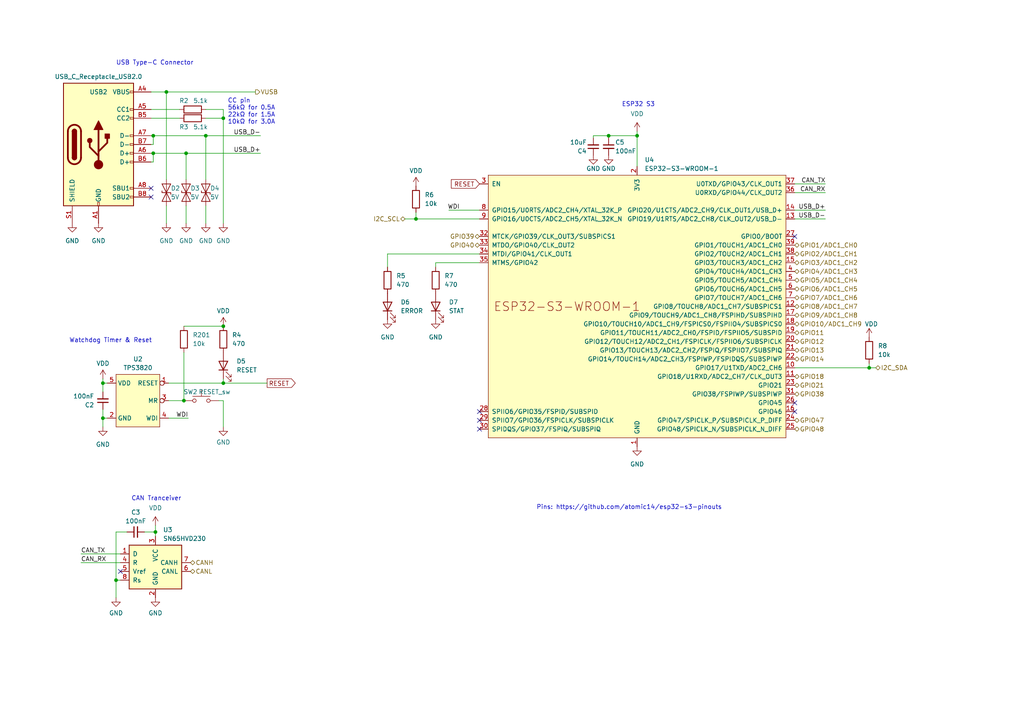
<source format=kicad_sch>
(kicad_sch
	(version 20231120)
	(generator "eeschema")
	(generator_version "8.0")
	(uuid "d339b9d8-51a7-460e-bb19-8d8c25d3e2aa")
	(paper "A4")
	(lib_symbols
		(symbol "Connector:USB_C_Receptacle_USB2.0"
			(pin_names
				(offset 1.016)
			)
			(exclude_from_sim no)
			(in_bom yes)
			(on_board yes)
			(property "Reference" "J"
				(at -10.16 19.05 0)
				(effects
					(font
						(size 1.27 1.27)
					)
					(justify left)
				)
			)
			(property "Value" "USB_C_Receptacle_USB2.0"
				(at 19.05 19.05 0)
				(effects
					(font
						(size 1.27 1.27)
					)
					(justify right)
				)
			)
			(property "Footprint" ""
				(at 3.81 0 0)
				(effects
					(font
						(size 1.27 1.27)
					)
					(hide yes)
				)
			)
			(property "Datasheet" "https://www.usb.org/sites/default/files/documents/usb_type-c.zip"
				(at 3.81 0 0)
				(effects
					(font
						(size 1.27 1.27)
					)
					(hide yes)
				)
			)
			(property "Description" "USB 2.0-only Type-C Receptacle connector"
				(at 0 0 0)
				(effects
					(font
						(size 1.27 1.27)
					)
					(hide yes)
				)
			)
			(property "ki_keywords" "usb universal serial bus type-C USB2.0"
				(at 0 0 0)
				(effects
					(font
						(size 1.27 1.27)
					)
					(hide yes)
				)
			)
			(property "ki_fp_filters" "USB*C*Receptacle*"
				(at 0 0 0)
				(effects
					(font
						(size 1.27 1.27)
					)
					(hide yes)
				)
			)
			(symbol "USB_C_Receptacle_USB2.0_0_0"
				(rectangle
					(start -0.254 -17.78)
					(end 0.254 -16.764)
					(stroke
						(width 0)
						(type default)
					)
					(fill
						(type none)
					)
				)
				(rectangle
					(start 10.16 -14.986)
					(end 9.144 -15.494)
					(stroke
						(width 0)
						(type default)
					)
					(fill
						(type none)
					)
				)
				(rectangle
					(start 10.16 -12.446)
					(end 9.144 -12.954)
					(stroke
						(width 0)
						(type default)
					)
					(fill
						(type none)
					)
				)
				(rectangle
					(start 10.16 -4.826)
					(end 9.144 -5.334)
					(stroke
						(width 0)
						(type default)
					)
					(fill
						(type none)
					)
				)
				(rectangle
					(start 10.16 -2.286)
					(end 9.144 -2.794)
					(stroke
						(width 0)
						(type default)
					)
					(fill
						(type none)
					)
				)
				(rectangle
					(start 10.16 0.254)
					(end 9.144 -0.254)
					(stroke
						(width 0)
						(type default)
					)
					(fill
						(type none)
					)
				)
				(rectangle
					(start 10.16 2.794)
					(end 9.144 2.286)
					(stroke
						(width 0)
						(type default)
					)
					(fill
						(type none)
					)
				)
				(rectangle
					(start 10.16 7.874)
					(end 9.144 7.366)
					(stroke
						(width 0)
						(type default)
					)
					(fill
						(type none)
					)
				)
				(rectangle
					(start 10.16 10.414)
					(end 9.144 9.906)
					(stroke
						(width 0)
						(type default)
					)
					(fill
						(type none)
					)
				)
				(rectangle
					(start 10.16 15.494)
					(end 9.144 14.986)
					(stroke
						(width 0)
						(type default)
					)
					(fill
						(type none)
					)
				)
			)
			(symbol "USB_C_Receptacle_USB2.0_0_1"
				(rectangle
					(start -10.16 17.78)
					(end 10.16 -17.78)
					(stroke
						(width 0.254)
						(type default)
					)
					(fill
						(type background)
					)
				)
				(arc
					(start -8.89 -3.81)
					(mid -6.985 -5.7067)
					(end -5.08 -3.81)
					(stroke
						(width 0.508)
						(type default)
					)
					(fill
						(type none)
					)
				)
				(arc
					(start -7.62 -3.81)
					(mid -6.985 -4.4423)
					(end -6.35 -3.81)
					(stroke
						(width 0.254)
						(type default)
					)
					(fill
						(type none)
					)
				)
				(arc
					(start -7.62 -3.81)
					(mid -6.985 -4.4423)
					(end -6.35 -3.81)
					(stroke
						(width 0.254)
						(type default)
					)
					(fill
						(type outline)
					)
				)
				(rectangle
					(start -7.62 -3.81)
					(end -6.35 3.81)
					(stroke
						(width 0.254)
						(type default)
					)
					(fill
						(type outline)
					)
				)
				(arc
					(start -6.35 3.81)
					(mid -6.985 4.4423)
					(end -7.62 3.81)
					(stroke
						(width 0.254)
						(type default)
					)
					(fill
						(type none)
					)
				)
				(arc
					(start -6.35 3.81)
					(mid -6.985 4.4423)
					(end -7.62 3.81)
					(stroke
						(width 0.254)
						(type default)
					)
					(fill
						(type outline)
					)
				)
				(arc
					(start -5.08 3.81)
					(mid -6.985 5.7067)
					(end -8.89 3.81)
					(stroke
						(width 0.508)
						(type default)
					)
					(fill
						(type none)
					)
				)
				(circle
					(center -2.54 1.143)
					(radius 0.635)
					(stroke
						(width 0.254)
						(type default)
					)
					(fill
						(type outline)
					)
				)
				(circle
					(center 0 -5.842)
					(radius 1.27)
					(stroke
						(width 0)
						(type default)
					)
					(fill
						(type outline)
					)
				)
				(polyline
					(pts
						(xy -8.89 -3.81) (xy -8.89 3.81)
					)
					(stroke
						(width 0.508)
						(type default)
					)
					(fill
						(type none)
					)
				)
				(polyline
					(pts
						(xy -5.08 3.81) (xy -5.08 -3.81)
					)
					(stroke
						(width 0.508)
						(type default)
					)
					(fill
						(type none)
					)
				)
				(polyline
					(pts
						(xy 0 -5.842) (xy 0 4.318)
					)
					(stroke
						(width 0.508)
						(type default)
					)
					(fill
						(type none)
					)
				)
				(polyline
					(pts
						(xy 0 -3.302) (xy -2.54 -0.762) (xy -2.54 0.508)
					)
					(stroke
						(width 0.508)
						(type default)
					)
					(fill
						(type none)
					)
				)
				(polyline
					(pts
						(xy 0 -2.032) (xy 2.54 0.508) (xy 2.54 1.778)
					)
					(stroke
						(width 0.508)
						(type default)
					)
					(fill
						(type none)
					)
				)
				(polyline
					(pts
						(xy -1.27 4.318) (xy 0 6.858) (xy 1.27 4.318) (xy -1.27 4.318)
					)
					(stroke
						(width 0.254)
						(type default)
					)
					(fill
						(type outline)
					)
				)
				(rectangle
					(start 1.905 1.778)
					(end 3.175 3.048)
					(stroke
						(width 0.254)
						(type default)
					)
					(fill
						(type outline)
					)
				)
			)
			(symbol "USB_C_Receptacle_USB2.0_1_1"
				(pin passive line
					(at 0 -22.86 90)
					(length 5.08)
					(name "GND"
						(effects
							(font
								(size 1.27 1.27)
							)
						)
					)
					(number "A1"
						(effects
							(font
								(size 1.27 1.27)
							)
						)
					)
				)
				(pin passive line
					(at 0 -22.86 90)
					(length 5.08) hide
					(name "GND"
						(effects
							(font
								(size 1.27 1.27)
							)
						)
					)
					(number "A12"
						(effects
							(font
								(size 1.27 1.27)
							)
						)
					)
				)
				(pin passive line
					(at 15.24 15.24 180)
					(length 5.08)
					(name "VBUS"
						(effects
							(font
								(size 1.27 1.27)
							)
						)
					)
					(number "A4"
						(effects
							(font
								(size 1.27 1.27)
							)
						)
					)
				)
				(pin bidirectional line
					(at 15.24 10.16 180)
					(length 5.08)
					(name "CC1"
						(effects
							(font
								(size 1.27 1.27)
							)
						)
					)
					(number "A5"
						(effects
							(font
								(size 1.27 1.27)
							)
						)
					)
				)
				(pin bidirectional line
					(at 15.24 -2.54 180)
					(length 5.08)
					(name "D+"
						(effects
							(font
								(size 1.27 1.27)
							)
						)
					)
					(number "A6"
						(effects
							(font
								(size 1.27 1.27)
							)
						)
					)
				)
				(pin bidirectional line
					(at 15.24 2.54 180)
					(length 5.08)
					(name "D-"
						(effects
							(font
								(size 1.27 1.27)
							)
						)
					)
					(number "A7"
						(effects
							(font
								(size 1.27 1.27)
							)
						)
					)
				)
				(pin bidirectional line
					(at 15.24 -12.7 180)
					(length 5.08)
					(name "SBU1"
						(effects
							(font
								(size 1.27 1.27)
							)
						)
					)
					(number "A8"
						(effects
							(font
								(size 1.27 1.27)
							)
						)
					)
				)
				(pin passive line
					(at 15.24 15.24 180)
					(length 5.08) hide
					(name "VBUS"
						(effects
							(font
								(size 1.27 1.27)
							)
						)
					)
					(number "A9"
						(effects
							(font
								(size 1.27 1.27)
							)
						)
					)
				)
				(pin passive line
					(at 0 -22.86 90)
					(length 5.08) hide
					(name "GND"
						(effects
							(font
								(size 1.27 1.27)
							)
						)
					)
					(number "B1"
						(effects
							(font
								(size 1.27 1.27)
							)
						)
					)
				)
				(pin passive line
					(at 0 -22.86 90)
					(length 5.08) hide
					(name "GND"
						(effects
							(font
								(size 1.27 1.27)
							)
						)
					)
					(number "B12"
						(effects
							(font
								(size 1.27 1.27)
							)
						)
					)
				)
				(pin passive line
					(at 15.24 15.24 180)
					(length 5.08) hide
					(name "VBUS"
						(effects
							(font
								(size 1.27 1.27)
							)
						)
					)
					(number "B4"
						(effects
							(font
								(size 1.27 1.27)
							)
						)
					)
				)
				(pin bidirectional line
					(at 15.24 7.62 180)
					(length 5.08)
					(name "CC2"
						(effects
							(font
								(size 1.27 1.27)
							)
						)
					)
					(number "B5"
						(effects
							(font
								(size 1.27 1.27)
							)
						)
					)
				)
				(pin bidirectional line
					(at 15.24 -5.08 180)
					(length 5.08)
					(name "D+"
						(effects
							(font
								(size 1.27 1.27)
							)
						)
					)
					(number "B6"
						(effects
							(font
								(size 1.27 1.27)
							)
						)
					)
				)
				(pin bidirectional line
					(at 15.24 0 180)
					(length 5.08)
					(name "D-"
						(effects
							(font
								(size 1.27 1.27)
							)
						)
					)
					(number "B7"
						(effects
							(font
								(size 1.27 1.27)
							)
						)
					)
				)
				(pin bidirectional line
					(at 15.24 -15.24 180)
					(length 5.08)
					(name "SBU2"
						(effects
							(font
								(size 1.27 1.27)
							)
						)
					)
					(number "B8"
						(effects
							(font
								(size 1.27 1.27)
							)
						)
					)
				)
				(pin passive line
					(at 15.24 15.24 180)
					(length 5.08) hide
					(name "VBUS"
						(effects
							(font
								(size 1.27 1.27)
							)
						)
					)
					(number "B9"
						(effects
							(font
								(size 1.27 1.27)
							)
						)
					)
				)
				(pin passive line
					(at -7.62 -22.86 90)
					(length 5.08)
					(name "SHIELD"
						(effects
							(font
								(size 1.27 1.27)
							)
						)
					)
					(number "S1"
						(effects
							(font
								(size 1.27 1.27)
							)
						)
					)
				)
			)
		)
		(symbol "Device:C_Small"
			(pin_numbers hide)
			(pin_names
				(offset 0.254) hide)
			(exclude_from_sim no)
			(in_bom yes)
			(on_board yes)
			(property "Reference" "C"
				(at 0.254 1.778 0)
				(effects
					(font
						(size 1.27 1.27)
					)
					(justify left)
				)
			)
			(property "Value" "C_Small"
				(at 0.254 -2.032 0)
				(effects
					(font
						(size 1.27 1.27)
					)
					(justify left)
				)
			)
			(property "Footprint" ""
				(at 0 0 0)
				(effects
					(font
						(size 1.27 1.27)
					)
					(hide yes)
				)
			)
			(property "Datasheet" "~"
				(at 0 0 0)
				(effects
					(font
						(size 1.27 1.27)
					)
					(hide yes)
				)
			)
			(property "Description" "Unpolarized capacitor, small symbol"
				(at 0 0 0)
				(effects
					(font
						(size 1.27 1.27)
					)
					(hide yes)
				)
			)
			(property "ki_keywords" "capacitor cap"
				(at 0 0 0)
				(effects
					(font
						(size 1.27 1.27)
					)
					(hide yes)
				)
			)
			(property "ki_fp_filters" "C_*"
				(at 0 0 0)
				(effects
					(font
						(size 1.27 1.27)
					)
					(hide yes)
				)
			)
			(symbol "C_Small_0_1"
				(polyline
					(pts
						(xy -1.524 -0.508) (xy 1.524 -0.508)
					)
					(stroke
						(width 0.3302)
						(type default)
					)
					(fill
						(type none)
					)
				)
				(polyline
					(pts
						(xy -1.524 0.508) (xy 1.524 0.508)
					)
					(stroke
						(width 0.3048)
						(type default)
					)
					(fill
						(type none)
					)
				)
			)
			(symbol "C_Small_1_1"
				(pin passive line
					(at 0 2.54 270)
					(length 2.032)
					(name "~"
						(effects
							(font
								(size 1.27 1.27)
							)
						)
					)
					(number "1"
						(effects
							(font
								(size 1.27 1.27)
							)
						)
					)
				)
				(pin passive line
					(at 0 -2.54 90)
					(length 2.032)
					(name "~"
						(effects
							(font
								(size 1.27 1.27)
							)
						)
					)
					(number "2"
						(effects
							(font
								(size 1.27 1.27)
							)
						)
					)
				)
			)
		)
		(symbol "Device:LED"
			(pin_numbers hide)
			(pin_names
				(offset 1.016) hide)
			(exclude_from_sim no)
			(in_bom yes)
			(on_board yes)
			(property "Reference" "D"
				(at 0 2.54 0)
				(effects
					(font
						(size 1.27 1.27)
					)
				)
			)
			(property "Value" "LED"
				(at 0 -2.54 0)
				(effects
					(font
						(size 1.27 1.27)
					)
				)
			)
			(property "Footprint" ""
				(at 0 0 0)
				(effects
					(font
						(size 1.27 1.27)
					)
					(hide yes)
				)
			)
			(property "Datasheet" "~"
				(at 0 0 0)
				(effects
					(font
						(size 1.27 1.27)
					)
					(hide yes)
				)
			)
			(property "Description" "Light emitting diode"
				(at 0 0 0)
				(effects
					(font
						(size 1.27 1.27)
					)
					(hide yes)
				)
			)
			(property "ki_keywords" "LED diode"
				(at 0 0 0)
				(effects
					(font
						(size 1.27 1.27)
					)
					(hide yes)
				)
			)
			(property "ki_fp_filters" "LED* LED_SMD:* LED_THT:*"
				(at 0 0 0)
				(effects
					(font
						(size 1.27 1.27)
					)
					(hide yes)
				)
			)
			(symbol "LED_0_1"
				(polyline
					(pts
						(xy -1.27 -1.27) (xy -1.27 1.27)
					)
					(stroke
						(width 0.254)
						(type default)
					)
					(fill
						(type none)
					)
				)
				(polyline
					(pts
						(xy -1.27 0) (xy 1.27 0)
					)
					(stroke
						(width 0)
						(type default)
					)
					(fill
						(type none)
					)
				)
				(polyline
					(pts
						(xy 1.27 -1.27) (xy 1.27 1.27) (xy -1.27 0) (xy 1.27 -1.27)
					)
					(stroke
						(width 0.254)
						(type default)
					)
					(fill
						(type none)
					)
				)
				(polyline
					(pts
						(xy -3.048 -0.762) (xy -4.572 -2.286) (xy -3.81 -2.286) (xy -4.572 -2.286) (xy -4.572 -1.524)
					)
					(stroke
						(width 0)
						(type default)
					)
					(fill
						(type none)
					)
				)
				(polyline
					(pts
						(xy -1.778 -0.762) (xy -3.302 -2.286) (xy -2.54 -2.286) (xy -3.302 -2.286) (xy -3.302 -1.524)
					)
					(stroke
						(width 0)
						(type default)
					)
					(fill
						(type none)
					)
				)
			)
			(symbol "LED_1_1"
				(pin passive line
					(at -3.81 0 0)
					(length 2.54)
					(name "K"
						(effects
							(font
								(size 1.27 1.27)
							)
						)
					)
					(number "1"
						(effects
							(font
								(size 1.27 1.27)
							)
						)
					)
				)
				(pin passive line
					(at 3.81 0 180)
					(length 2.54)
					(name "A"
						(effects
							(font
								(size 1.27 1.27)
							)
						)
					)
					(number "2"
						(effects
							(font
								(size 1.27 1.27)
							)
						)
					)
				)
			)
		)
		(symbol "Device:R"
			(pin_numbers hide)
			(pin_names
				(offset 0)
			)
			(exclude_from_sim no)
			(in_bom yes)
			(on_board yes)
			(property "Reference" "R"
				(at 2.032 0 90)
				(effects
					(font
						(size 1.27 1.27)
					)
				)
			)
			(property "Value" "R"
				(at 0 0 90)
				(effects
					(font
						(size 1.27 1.27)
					)
				)
			)
			(property "Footprint" ""
				(at -1.778 0 90)
				(effects
					(font
						(size 1.27 1.27)
					)
					(hide yes)
				)
			)
			(property "Datasheet" "~"
				(at 0 0 0)
				(effects
					(font
						(size 1.27 1.27)
					)
					(hide yes)
				)
			)
			(property "Description" "Resistor"
				(at 0 0 0)
				(effects
					(font
						(size 1.27 1.27)
					)
					(hide yes)
				)
			)
			(property "ki_keywords" "R res resistor"
				(at 0 0 0)
				(effects
					(font
						(size 1.27 1.27)
					)
					(hide yes)
				)
			)
			(property "ki_fp_filters" "R_*"
				(at 0 0 0)
				(effects
					(font
						(size 1.27 1.27)
					)
					(hide yes)
				)
			)
			(symbol "R_0_1"
				(rectangle
					(start -1.016 -2.54)
					(end 1.016 2.54)
					(stroke
						(width 0.254)
						(type default)
					)
					(fill
						(type none)
					)
				)
			)
			(symbol "R_1_1"
				(pin passive line
					(at 0 3.81 270)
					(length 1.27)
					(name "~"
						(effects
							(font
								(size 1.27 1.27)
							)
						)
					)
					(number "1"
						(effects
							(font
								(size 1.27 1.27)
							)
						)
					)
				)
				(pin passive line
					(at 0 -3.81 90)
					(length 1.27)
					(name "~"
						(effects
							(font
								(size 1.27 1.27)
							)
						)
					)
					(number "2"
						(effects
							(font
								(size 1.27 1.27)
							)
						)
					)
				)
			)
		)
		(symbol "Diode:ESD9B5.0ST5G"
			(pin_numbers hide)
			(pin_names
				(offset 1.016) hide)
			(exclude_from_sim no)
			(in_bom yes)
			(on_board yes)
			(property "Reference" "D"
				(at 0 2.54 0)
				(effects
					(font
						(size 1.27 1.27)
					)
				)
			)
			(property "Value" "ESD9B5.0ST5G"
				(at 0 -2.54 0)
				(effects
					(font
						(size 1.27 1.27)
					)
				)
			)
			(property "Footprint" "Diode_SMD:D_SOD-923"
				(at 0 0 0)
				(effects
					(font
						(size 1.27 1.27)
					)
					(hide yes)
				)
			)
			(property "Datasheet" "https://www.onsemi.com/pub/Collateral/ESD9B-D.PDF"
				(at 0 0 0)
				(effects
					(font
						(size 1.27 1.27)
					)
					(hide yes)
				)
			)
			(property "Description" "ESD protection diode, 5.0Vrwm, SOD-923"
				(at 0 0 0)
				(effects
					(font
						(size 1.27 1.27)
					)
					(hide yes)
				)
			)
			(property "ki_keywords" "diode TVS ESD"
				(at 0 0 0)
				(effects
					(font
						(size 1.27 1.27)
					)
					(hide yes)
				)
			)
			(property "ki_fp_filters" "D*SOD?923*"
				(at 0 0 0)
				(effects
					(font
						(size 1.27 1.27)
					)
					(hide yes)
				)
			)
			(symbol "ESD9B5.0ST5G_0_1"
				(polyline
					(pts
						(xy 1.27 0) (xy -1.27 0)
					)
					(stroke
						(width 0)
						(type default)
					)
					(fill
						(type none)
					)
				)
				(polyline
					(pts
						(xy -2.54 -1.27) (xy 0 0) (xy -2.54 1.27) (xy -2.54 -1.27)
					)
					(stroke
						(width 0.2032)
						(type default)
					)
					(fill
						(type none)
					)
				)
				(polyline
					(pts
						(xy 0.508 1.27) (xy 0 1.27) (xy 0 -1.27) (xy -0.508 -1.27)
					)
					(stroke
						(width 0.2032)
						(type default)
					)
					(fill
						(type none)
					)
				)
				(polyline
					(pts
						(xy 2.54 1.27) (xy 2.54 -1.27) (xy 0 0) (xy 2.54 1.27)
					)
					(stroke
						(width 0.2032)
						(type default)
					)
					(fill
						(type none)
					)
				)
			)
			(symbol "ESD9B5.0ST5G_1_1"
				(pin passive line
					(at -3.81 0 0)
					(length 2.54)
					(name "A1"
						(effects
							(font
								(size 1.27 1.27)
							)
						)
					)
					(number "1"
						(effects
							(font
								(size 1.27 1.27)
							)
						)
					)
				)
				(pin passive line
					(at 3.81 0 180)
					(length 2.54)
					(name "A2"
						(effects
							(font
								(size 1.27 1.27)
							)
						)
					)
					(number "2"
						(effects
							(font
								(size 1.27 1.27)
							)
						)
					)
				)
			)
		)
		(symbol "Interface_CAN_LIN:SN65HVD230"
			(pin_names
				(offset 1.016)
			)
			(exclude_from_sim no)
			(in_bom yes)
			(on_board yes)
			(property "Reference" "U"
				(at -2.54 10.16 0)
				(effects
					(font
						(size 1.27 1.27)
					)
					(justify right)
				)
			)
			(property "Value" "SN65HVD230"
				(at -2.54 7.62 0)
				(effects
					(font
						(size 1.27 1.27)
					)
					(justify right)
				)
			)
			(property "Footprint" "Package_SO:SOIC-8_3.9x4.9mm_P1.27mm"
				(at 0 -12.7 0)
				(effects
					(font
						(size 1.27 1.27)
					)
					(hide yes)
				)
			)
			(property "Datasheet" "http://www.ti.com/lit/ds/symlink/sn65hvd230.pdf"
				(at -2.54 10.16 0)
				(effects
					(font
						(size 1.27 1.27)
					)
					(hide yes)
				)
			)
			(property "Description" "CAN Bus Transceivers, 3.3V, 1Mbps, Low-Power capabilities, SOIC-8"
				(at 0 0 0)
				(effects
					(font
						(size 1.27 1.27)
					)
					(hide yes)
				)
			)
			(property "ki_keywords" "can transeiver ti low-power"
				(at 0 0 0)
				(effects
					(font
						(size 1.27 1.27)
					)
					(hide yes)
				)
			)
			(property "ki_fp_filters" "SOIC*3.9x4.9mm*P1.27mm*"
				(at 0 0 0)
				(effects
					(font
						(size 1.27 1.27)
					)
					(hide yes)
				)
			)
			(symbol "SN65HVD230_0_1"
				(rectangle
					(start -7.62 5.08)
					(end 7.62 -7.62)
					(stroke
						(width 0.254)
						(type default)
					)
					(fill
						(type background)
					)
				)
			)
			(symbol "SN65HVD230_1_1"
				(pin input line
					(at -10.16 2.54 0)
					(length 2.54)
					(name "D"
						(effects
							(font
								(size 1.27 1.27)
							)
						)
					)
					(number "1"
						(effects
							(font
								(size 1.27 1.27)
							)
						)
					)
				)
				(pin power_in line
					(at 0 -10.16 90)
					(length 2.54)
					(name "GND"
						(effects
							(font
								(size 1.27 1.27)
							)
						)
					)
					(number "2"
						(effects
							(font
								(size 1.27 1.27)
							)
						)
					)
				)
				(pin power_in line
					(at 0 7.62 270)
					(length 2.54)
					(name "VCC"
						(effects
							(font
								(size 1.27 1.27)
							)
						)
					)
					(number "3"
						(effects
							(font
								(size 1.27 1.27)
							)
						)
					)
				)
				(pin output line
					(at -10.16 0 0)
					(length 2.54)
					(name "R"
						(effects
							(font
								(size 1.27 1.27)
							)
						)
					)
					(number "4"
						(effects
							(font
								(size 1.27 1.27)
							)
						)
					)
				)
				(pin output line
					(at -10.16 -2.54 0)
					(length 2.54)
					(name "Vref"
						(effects
							(font
								(size 1.27 1.27)
							)
						)
					)
					(number "5"
						(effects
							(font
								(size 1.27 1.27)
							)
						)
					)
				)
				(pin bidirectional line
					(at 10.16 -2.54 180)
					(length 2.54)
					(name "CANL"
						(effects
							(font
								(size 1.27 1.27)
							)
						)
					)
					(number "6"
						(effects
							(font
								(size 1.27 1.27)
							)
						)
					)
				)
				(pin bidirectional line
					(at 10.16 0 180)
					(length 2.54)
					(name "CANH"
						(effects
							(font
								(size 1.27 1.27)
							)
						)
					)
					(number "7"
						(effects
							(font
								(size 1.27 1.27)
							)
						)
					)
				)
				(pin input line
					(at -10.16 -5.08 0)
					(length 2.54)
					(name "Rs"
						(effects
							(font
								(size 1.27 1.27)
							)
						)
					)
					(number "8"
						(effects
							(font
								(size 1.27 1.27)
							)
						)
					)
				)
			)
		)
		(symbol "PCM_Espressif:ESP32-S3-WROOM-1"
			(pin_names
				(offset 1.016)
			)
			(exclude_from_sim no)
			(in_bom yes)
			(on_board yes)
			(property "Reference" "U"
				(at -43.18 43.18 0)
				(effects
					(font
						(size 1.27 1.27)
					)
					(justify left)
				)
			)
			(property "Value" "ESP32-S3-WROOM-1"
				(at -43.18 40.64 0)
				(effects
					(font
						(size 1.27 1.27)
					)
					(justify left)
				)
			)
			(property "Footprint" "PCM_Espressif:ESP32-S3-WROOM-1"
				(at 2.54 -48.26 0)
				(effects
					(font
						(size 1.27 1.27)
					)
					(hide yes)
				)
			)
			(property "Datasheet" "https://www.espressif.com/sites/default/files/documentation/esp32-s3-wroom-1_wroom-1u_datasheet_en.pdf"
				(at 2.54 -50.8 0)
				(effects
					(font
						(size 1.27 1.27)
					)
					(hide yes)
				)
			)
			(property "Description" "2.4 GHz WiFi (802.11 b/g/n) and Bluetooth ® 5 (LE) module Built around ESP32S3 series of SoCs, Xtensa ® dualcore 32bit LX7 microprocessor Flash up to 16 MB, PSRAM up to 8 MB 36 GPIOs, rich set of peripherals Onboard PCB antenna"
				(at 0 0 0)
				(effects
					(font
						(size 1.27 1.27)
					)
					(hide yes)
				)
			)
			(symbol "ESP32-S3-WROOM-1_0_0"
				(text "ESP32-S3-WROOM-1"
					(at -20.32 0 0)
					(effects
						(font
							(size 2.54 2.54)
						)
					)
				)
				(pin power_in line
					(at 0 -40.64 90)
					(length 2.54)
					(name "GND"
						(effects
							(font
								(size 1.27 1.27)
							)
						)
					)
					(number "1"
						(effects
							(font
								(size 1.27 1.27)
							)
						)
					)
				)
				(pin bidirectional line
					(at 45.72 -17.78 180)
					(length 2.54)
					(name "GPIO17/U1TXD/ADC2_CH6"
						(effects
							(font
								(size 1.27 1.27)
							)
						)
					)
					(number "10"
						(effects
							(font
								(size 1.27 1.27)
							)
						)
					)
				)
				(pin bidirectional line
					(at 45.72 -20.32 180)
					(length 2.54)
					(name "GPIO18/U1RXD/ADC2_CH7/CLK_OUT3"
						(effects
							(font
								(size 1.27 1.27)
							)
						)
					)
					(number "11"
						(effects
							(font
								(size 1.27 1.27)
							)
						)
					)
				)
				(pin bidirectional line
					(at 45.72 0 180)
					(length 2.54)
					(name "GPIO8/TOUCH8/ADC1_CH7/SUBSPICS1"
						(effects
							(font
								(size 1.27 1.27)
							)
						)
					)
					(number "12"
						(effects
							(font
								(size 1.27 1.27)
							)
						)
					)
				)
				(pin bidirectional line
					(at 45.72 25.4 180)
					(length 2.54)
					(name "GPIO19/U1RTS/ADC2_CH8/CLK_OUT2/USB_D-"
						(effects
							(font
								(size 1.27 1.27)
							)
						)
					)
					(number "13"
						(effects
							(font
								(size 1.27 1.27)
							)
						)
					)
				)
				(pin bidirectional line
					(at 45.72 27.94 180)
					(length 2.54)
					(name "GPIO20/U1CTS/ADC2_CH9/CLK_OUT1/USB_D+"
						(effects
							(font
								(size 1.27 1.27)
							)
						)
					)
					(number "14"
						(effects
							(font
								(size 1.27 1.27)
							)
						)
					)
				)
				(pin bidirectional line
					(at 45.72 12.7 180)
					(length 2.54)
					(name "GPIO3/TOUCH3/ADC1_CH2"
						(effects
							(font
								(size 1.27 1.27)
							)
						)
					)
					(number "15"
						(effects
							(font
								(size 1.27 1.27)
							)
						)
					)
				)
				(pin bidirectional line
					(at 45.72 -30.48 180)
					(length 2.54)
					(name "GPIO46"
						(effects
							(font
								(size 1.27 1.27)
							)
						)
					)
					(number "16"
						(effects
							(font
								(size 1.27 1.27)
							)
						)
					)
				)
				(pin bidirectional line
					(at 45.72 -2.54 180)
					(length 2.54)
					(name "GPIO9/TOUCH9/ADC1_CH8/FSPIHD/SUBSPIHD"
						(effects
							(font
								(size 1.27 1.27)
							)
						)
					)
					(number "17"
						(effects
							(font
								(size 1.27 1.27)
							)
						)
					)
				)
				(pin bidirectional line
					(at 45.72 -5.08 180)
					(length 2.54)
					(name "GPIO10/TOUCH10/ADC1_CH9/FSPICS0/FSPIIO4/SUBSPICS0"
						(effects
							(font
								(size 1.27 1.27)
							)
						)
					)
					(number "18"
						(effects
							(font
								(size 1.27 1.27)
							)
						)
					)
				)
				(pin bidirectional line
					(at 45.72 -7.62 180)
					(length 2.54)
					(name "GPIO11/TOUCH11/ADC2_CH0/FSPID/FSPIIO5/SUBSPID"
						(effects
							(font
								(size 1.27 1.27)
							)
						)
					)
					(number "19"
						(effects
							(font
								(size 1.27 1.27)
							)
						)
					)
				)
				(pin power_in line
					(at 0 40.64 270)
					(length 2.54)
					(name "3V3"
						(effects
							(font
								(size 1.27 1.27)
							)
						)
					)
					(number "2"
						(effects
							(font
								(size 1.27 1.27)
							)
						)
					)
				)
				(pin bidirectional line
					(at 45.72 -10.16 180)
					(length 2.54)
					(name "GPIO12/TOUCH12/ADC2_CH1/FSPICLK/FSPIIO6/SUBSPICLK"
						(effects
							(font
								(size 1.27 1.27)
							)
						)
					)
					(number "20"
						(effects
							(font
								(size 1.27 1.27)
							)
						)
					)
				)
				(pin bidirectional line
					(at 45.72 -12.7 180)
					(length 2.54)
					(name "GPIO13/TOUCH13/ADC2_CH2/FSPIQ/FSPIIO7/SUBSPIQ"
						(effects
							(font
								(size 1.27 1.27)
							)
						)
					)
					(number "21"
						(effects
							(font
								(size 1.27 1.27)
							)
						)
					)
				)
				(pin bidirectional line
					(at 45.72 -15.24 180)
					(length 2.54)
					(name "GPIO14/TOUCH14/ADC2_CH3/FSPIWP/FSPIDQS/SUBSPIWP"
						(effects
							(font
								(size 1.27 1.27)
							)
						)
					)
					(number "22"
						(effects
							(font
								(size 1.27 1.27)
							)
						)
					)
				)
				(pin bidirectional line
					(at 45.72 -22.86 180)
					(length 2.54)
					(name "GPIO21"
						(effects
							(font
								(size 1.27 1.27)
							)
						)
					)
					(number "23"
						(effects
							(font
								(size 1.27 1.27)
							)
						)
					)
				)
				(pin bidirectional line
					(at 45.72 -33.02 180)
					(length 2.54)
					(name "GPIO47/SPICLK_P/SUBSPICLK_P_DIFF"
						(effects
							(font
								(size 1.27 1.27)
							)
						)
					)
					(number "24"
						(effects
							(font
								(size 1.27 1.27)
							)
						)
					)
				)
				(pin bidirectional line
					(at 45.72 -35.56 180)
					(length 2.54)
					(name "GPIO48/SPICLK_N/SUBSPICLK_N_DIFF"
						(effects
							(font
								(size 1.27 1.27)
							)
						)
					)
					(number "25"
						(effects
							(font
								(size 1.27 1.27)
							)
						)
					)
				)
				(pin bidirectional line
					(at 45.72 -27.94 180)
					(length 2.54)
					(name "GPIO45"
						(effects
							(font
								(size 1.27 1.27)
							)
						)
					)
					(number "26"
						(effects
							(font
								(size 1.27 1.27)
							)
						)
					)
				)
				(pin bidirectional line
					(at 45.72 20.32 180)
					(length 2.54)
					(name "GPIO0/BOOT"
						(effects
							(font
								(size 1.27 1.27)
							)
						)
					)
					(number "27"
						(effects
							(font
								(size 1.27 1.27)
							)
						)
					)
				)
				(pin bidirectional line
					(at -45.72 -30.48 0)
					(length 2.54)
					(name "SPIIO6/GPIO35/FSPID/SUBSPID"
						(effects
							(font
								(size 1.27 1.27)
							)
						)
					)
					(number "28"
						(effects
							(font
								(size 1.27 1.27)
							)
						)
					)
				)
				(pin bidirectional line
					(at -45.72 -33.02 0)
					(length 2.54)
					(name "SPIIO7/GPIO36/FSPICLK/SUBSPICLK"
						(effects
							(font
								(size 1.27 1.27)
							)
						)
					)
					(number "29"
						(effects
							(font
								(size 1.27 1.27)
							)
						)
					)
				)
				(pin input line
					(at -45.72 35.56 0)
					(length 2.54)
					(name "EN"
						(effects
							(font
								(size 1.27 1.27)
							)
						)
					)
					(number "3"
						(effects
							(font
								(size 1.27 1.27)
							)
						)
					)
				)
				(pin bidirectional line
					(at -45.72 -35.56 0)
					(length 2.54)
					(name "SPIDQS/GPIO37/FSPIQ/SUBSPIQ"
						(effects
							(font
								(size 1.27 1.27)
							)
						)
					)
					(number "30"
						(effects
							(font
								(size 1.27 1.27)
							)
						)
					)
				)
				(pin bidirectional line
					(at 45.72 -25.4 180)
					(length 2.54)
					(name "GPIO38/FSPIWP/SUBSPIWP"
						(effects
							(font
								(size 1.27 1.27)
							)
						)
					)
					(number "31"
						(effects
							(font
								(size 1.27 1.27)
							)
						)
					)
				)
				(pin bidirectional line
					(at -45.72 20.32 0)
					(length 2.54)
					(name "MTCK/GPIO39/CLK_OUT3/SUBSPICS1"
						(effects
							(font
								(size 1.27 1.27)
							)
						)
					)
					(number "32"
						(effects
							(font
								(size 1.27 1.27)
							)
						)
					)
				)
				(pin bidirectional line
					(at -45.72 17.78 0)
					(length 2.54)
					(name "MTDO/GPIO40/CLK_OUT2"
						(effects
							(font
								(size 1.27 1.27)
							)
						)
					)
					(number "33"
						(effects
							(font
								(size 1.27 1.27)
							)
						)
					)
				)
				(pin bidirectional line
					(at -45.72 15.24 0)
					(length 2.54)
					(name "MTDI/GPIO41/CLK_OUT1"
						(effects
							(font
								(size 1.27 1.27)
							)
						)
					)
					(number "34"
						(effects
							(font
								(size 1.27 1.27)
							)
						)
					)
				)
				(pin bidirectional line
					(at -45.72 12.7 0)
					(length 2.54)
					(name "MTMS/GPIO42"
						(effects
							(font
								(size 1.27 1.27)
							)
						)
					)
					(number "35"
						(effects
							(font
								(size 1.27 1.27)
							)
						)
					)
				)
				(pin bidirectional line
					(at 45.72 33.02 180)
					(length 2.54)
					(name "U0RXD/GPIO44/CLK_OUT2"
						(effects
							(font
								(size 1.27 1.27)
							)
						)
					)
					(number "36"
						(effects
							(font
								(size 1.27 1.27)
							)
						)
					)
				)
				(pin bidirectional line
					(at 45.72 35.56 180)
					(length 2.54)
					(name "U0TXD/GPIO43/CLK_OUT1"
						(effects
							(font
								(size 1.27 1.27)
							)
						)
					)
					(number "37"
						(effects
							(font
								(size 1.27 1.27)
							)
						)
					)
				)
				(pin bidirectional line
					(at 45.72 15.24 180)
					(length 2.54)
					(name "GPIO2/TOUCH2/ADC1_CH1"
						(effects
							(font
								(size 1.27 1.27)
							)
						)
					)
					(number "38"
						(effects
							(font
								(size 1.27 1.27)
							)
						)
					)
				)
				(pin bidirectional line
					(at 45.72 17.78 180)
					(length 2.54)
					(name "GPIO1/TOUCH1/ADC1_CH0"
						(effects
							(font
								(size 1.27 1.27)
							)
						)
					)
					(number "39"
						(effects
							(font
								(size 1.27 1.27)
							)
						)
					)
				)
				(pin bidirectional line
					(at 45.72 10.16 180)
					(length 2.54)
					(name "GPIO4/TOUCH4/ADC1_CH3"
						(effects
							(font
								(size 1.27 1.27)
							)
						)
					)
					(number "4"
						(effects
							(font
								(size 1.27 1.27)
							)
						)
					)
				)
				(pin passive line
					(at 0 -40.64 90)
					(length 2.54) hide
					(name "GND"
						(effects
							(font
								(size 1.27 1.27)
							)
						)
					)
					(number "40"
						(effects
							(font
								(size 1.27 1.27)
							)
						)
					)
				)
				(pin passive line
					(at 0 -40.64 90)
					(length 2.54) hide
					(name "GND"
						(effects
							(font
								(size 1.27 1.27)
							)
						)
					)
					(number "41"
						(effects
							(font
								(size 1.27 1.27)
							)
						)
					)
				)
				(pin bidirectional line
					(at 45.72 7.62 180)
					(length 2.54)
					(name "GPIO5/TOUCH5/ADC1_CH4"
						(effects
							(font
								(size 1.27 1.27)
							)
						)
					)
					(number "5"
						(effects
							(font
								(size 1.27 1.27)
							)
						)
					)
				)
				(pin bidirectional line
					(at 45.72 5.08 180)
					(length 2.54)
					(name "GPIO6/TOUCH6/ADC1_CH5"
						(effects
							(font
								(size 1.27 1.27)
							)
						)
					)
					(number "6"
						(effects
							(font
								(size 1.27 1.27)
							)
						)
					)
				)
				(pin bidirectional line
					(at 45.72 2.54 180)
					(length 2.54)
					(name "GPIO7/TOUCH7/ADC1_CH6"
						(effects
							(font
								(size 1.27 1.27)
							)
						)
					)
					(number "7"
						(effects
							(font
								(size 1.27 1.27)
							)
						)
					)
				)
				(pin bidirectional line
					(at -45.72 27.94 0)
					(length 2.54)
					(name "GPIO15/U0RTS/ADC2_CH4/XTAL_32K_P"
						(effects
							(font
								(size 1.27 1.27)
							)
						)
					)
					(number "8"
						(effects
							(font
								(size 1.27 1.27)
							)
						)
					)
				)
				(pin bidirectional line
					(at -45.72 25.4 0)
					(length 2.54)
					(name "GPIO16/U0CTS/ADC2_CH5/XTAL_32K_N"
						(effects
							(font
								(size 1.27 1.27)
							)
						)
					)
					(number "9"
						(effects
							(font
								(size 1.27 1.27)
							)
						)
					)
				)
			)
			(symbol "ESP32-S3-WROOM-1_0_1"
				(rectangle
					(start -43.18 38.1)
					(end 43.18 -38.1)
					(stroke
						(width 0)
						(type default)
					)
					(fill
						(type background)
					)
				)
			)
		)
		(symbol "Switch:SW_Push"
			(pin_numbers hide)
			(pin_names
				(offset 1.016) hide)
			(exclude_from_sim no)
			(in_bom yes)
			(on_board yes)
			(property "Reference" "SW"
				(at 1.27 2.54 0)
				(effects
					(font
						(size 1.27 1.27)
					)
					(justify left)
				)
			)
			(property "Value" "SW_Push"
				(at 0 -1.524 0)
				(effects
					(font
						(size 1.27 1.27)
					)
				)
			)
			(property "Footprint" ""
				(at 0 5.08 0)
				(effects
					(font
						(size 1.27 1.27)
					)
					(hide yes)
				)
			)
			(property "Datasheet" "~"
				(at 0 5.08 0)
				(effects
					(font
						(size 1.27 1.27)
					)
					(hide yes)
				)
			)
			(property "Description" "Push button switch, generic, two pins"
				(at 0 0 0)
				(effects
					(font
						(size 1.27 1.27)
					)
					(hide yes)
				)
			)
			(property "ki_keywords" "switch normally-open pushbutton push-button"
				(at 0 0 0)
				(effects
					(font
						(size 1.27 1.27)
					)
					(hide yes)
				)
			)
			(symbol "SW_Push_0_1"
				(circle
					(center -2.032 0)
					(radius 0.508)
					(stroke
						(width 0)
						(type default)
					)
					(fill
						(type none)
					)
				)
				(polyline
					(pts
						(xy 0 1.27) (xy 0 3.048)
					)
					(stroke
						(width 0)
						(type default)
					)
					(fill
						(type none)
					)
				)
				(polyline
					(pts
						(xy 2.54 1.27) (xy -2.54 1.27)
					)
					(stroke
						(width 0)
						(type default)
					)
					(fill
						(type none)
					)
				)
				(circle
					(center 2.032 0)
					(radius 0.508)
					(stroke
						(width 0)
						(type default)
					)
					(fill
						(type none)
					)
				)
				(pin passive line
					(at -5.08 0 0)
					(length 2.54)
					(name "1"
						(effects
							(font
								(size 1.27 1.27)
							)
						)
					)
					(number "1"
						(effects
							(font
								(size 1.27 1.27)
							)
						)
					)
				)
				(pin passive line
					(at 5.08 0 180)
					(length 2.54)
					(name "2"
						(effects
							(font
								(size 1.27 1.27)
							)
						)
					)
					(number "2"
						(effects
							(font
								(size 1.27 1.27)
							)
						)
					)
				)
			)
		)
		(symbol "WOBCLibrary:TPS3820"
			(exclude_from_sim no)
			(in_bom yes)
			(on_board yes)
			(property "Reference" "U"
				(at 0 0 0)
				(effects
					(font
						(size 1.27 1.27)
					)
				)
			)
			(property "Value" "TPS3820"
				(at 0 8.89 0)
				(effects
					(font
						(size 1.27 1.27)
					)
				)
			)
			(property "Footprint" ""
				(at 0 11.43 0)
				(effects
					(font
						(size 1.27 1.27)
					)
					(hide yes)
				)
			)
			(property "Datasheet" ""
				(at 0 11.43 0)
				(effects
					(font
						(size 1.27 1.27)
					)
					(hide yes)
				)
			)
			(property "Description" ""
				(at 0 0 0)
				(effects
					(font
						(size 1.27 1.27)
					)
					(hide yes)
				)
			)
			(symbol "TPS3820_1_1"
				(rectangle
					(start -6.35 7.62)
					(end 6.35 -7.62)
					(stroke
						(width 0)
						(type default)
					)
					(fill
						(type background)
					)
				)
				(pin output inverted
					(at 8.89 5.08 180)
					(length 2.54)
					(name "RESET"
						(effects
							(font
								(size 1.27 1.27)
							)
						)
					)
					(number "1"
						(effects
							(font
								(size 1.27 1.27)
							)
						)
					)
				)
				(pin power_in line
					(at -8.89 -5.08 0)
					(length 2.54)
					(name "GND"
						(effects
							(font
								(size 1.27 1.27)
							)
						)
					)
					(number "2"
						(effects
							(font
								(size 1.27 1.27)
							)
						)
					)
				)
				(pin input inverted
					(at 8.89 0 180)
					(length 2.54)
					(name "MR"
						(effects
							(font
								(size 1.27 1.27)
							)
						)
					)
					(number "3"
						(effects
							(font
								(size 1.27 1.27)
							)
						)
					)
				)
				(pin input line
					(at 8.89 -5.08 180)
					(length 2.54)
					(name "WDI"
						(effects
							(font
								(size 1.27 1.27)
							)
						)
					)
					(number "4"
						(effects
							(font
								(size 1.27 1.27)
							)
						)
					)
				)
				(pin power_in line
					(at -8.89 5.08 0)
					(length 2.54)
					(name "VDD"
						(effects
							(font
								(size 1.27 1.27)
							)
						)
					)
					(number "5"
						(effects
							(font
								(size 1.27 1.27)
							)
						)
					)
				)
			)
		)
		(symbol "power:GND"
			(power)
			(pin_names
				(offset 0)
			)
			(exclude_from_sim no)
			(in_bom yes)
			(on_board yes)
			(property "Reference" "#PWR"
				(at 0 -6.35 0)
				(effects
					(font
						(size 1.27 1.27)
					)
					(hide yes)
				)
			)
			(property "Value" "GND"
				(at 0 -3.81 0)
				(effects
					(font
						(size 1.27 1.27)
					)
				)
			)
			(property "Footprint" ""
				(at 0 0 0)
				(effects
					(font
						(size 1.27 1.27)
					)
					(hide yes)
				)
			)
			(property "Datasheet" ""
				(at 0 0 0)
				(effects
					(font
						(size 1.27 1.27)
					)
					(hide yes)
				)
			)
			(property "Description" "Power symbol creates a global label with name \"GND\" , ground"
				(at 0 0 0)
				(effects
					(font
						(size 1.27 1.27)
					)
					(hide yes)
				)
			)
			(property "ki_keywords" "global power"
				(at 0 0 0)
				(effects
					(font
						(size 1.27 1.27)
					)
					(hide yes)
				)
			)
			(symbol "GND_0_1"
				(polyline
					(pts
						(xy 0 0) (xy 0 -1.27) (xy 1.27 -1.27) (xy 0 -2.54) (xy -1.27 -1.27) (xy 0 -1.27)
					)
					(stroke
						(width 0)
						(type default)
					)
					(fill
						(type none)
					)
				)
			)
			(symbol "GND_1_1"
				(pin power_in line
					(at 0 0 270)
					(length 0) hide
					(name "GND"
						(effects
							(font
								(size 1.27 1.27)
							)
						)
					)
					(number "1"
						(effects
							(font
								(size 1.27 1.27)
							)
						)
					)
				)
			)
		)
		(symbol "power:VDD"
			(power)
			(pin_names
				(offset 0)
			)
			(exclude_from_sim no)
			(in_bom yes)
			(on_board yes)
			(property "Reference" "#PWR"
				(at 0 -3.81 0)
				(effects
					(font
						(size 1.27 1.27)
					)
					(hide yes)
				)
			)
			(property "Value" "VDD"
				(at 0 3.81 0)
				(effects
					(font
						(size 1.27 1.27)
					)
				)
			)
			(property "Footprint" ""
				(at 0 0 0)
				(effects
					(font
						(size 1.27 1.27)
					)
					(hide yes)
				)
			)
			(property "Datasheet" ""
				(at 0 0 0)
				(effects
					(font
						(size 1.27 1.27)
					)
					(hide yes)
				)
			)
			(property "Description" "Power symbol creates a global label with name \"VDD\""
				(at 0 0 0)
				(effects
					(font
						(size 1.27 1.27)
					)
					(hide yes)
				)
			)
			(property "ki_keywords" "global power"
				(at 0 0 0)
				(effects
					(font
						(size 1.27 1.27)
					)
					(hide yes)
				)
			)
			(symbol "VDD_0_1"
				(polyline
					(pts
						(xy -0.762 1.27) (xy 0 2.54)
					)
					(stroke
						(width 0)
						(type default)
					)
					(fill
						(type none)
					)
				)
				(polyline
					(pts
						(xy 0 0) (xy 0 2.54)
					)
					(stroke
						(width 0)
						(type default)
					)
					(fill
						(type none)
					)
				)
				(polyline
					(pts
						(xy 0 2.54) (xy 0.762 1.27)
					)
					(stroke
						(width 0)
						(type default)
					)
					(fill
						(type none)
					)
				)
			)
			(symbol "VDD_1_1"
				(pin power_in line
					(at 0 0 90)
					(length 0) hide
					(name "VDD"
						(effects
							(font
								(size 1.27 1.27)
							)
						)
					)
					(number "1"
						(effects
							(font
								(size 1.27 1.27)
							)
						)
					)
				)
			)
		)
	)
	(junction
		(at 53.34 116.205)
		(diameter 0)
		(color 0 0 0 0)
		(uuid "3ab9cfdf-50e7-43a7-a696-2d69a55d0a73")
	)
	(junction
		(at 45.085 154.305)
		(diameter 0)
		(color 0 0 0 0)
		(uuid "54b44bcb-270f-43a9-85bd-14a6712a7ebb")
	)
	(junction
		(at 176.53 39.37)
		(diameter 0)
		(color 0 0 0 0)
		(uuid "5e669def-7a18-44fd-bad6-efe245b4bf28")
	)
	(junction
		(at 59.69 39.37)
		(diameter 0)
		(color 0 0 0 0)
		(uuid "65305ae2-0630-4f98-bd32-c447416f7490")
	)
	(junction
		(at 44.45 44.45)
		(diameter 0)
		(color 0 0 0 0)
		(uuid "753ec1d8-0a2f-44f8-9a32-8a61cdef21b5")
	)
	(junction
		(at 29.845 111.125)
		(diameter 0)
		(color 0 0 0 0)
		(uuid "7beb5adc-71e9-479d-ac09-1df27baa6240")
	)
	(junction
		(at 53.975 44.45)
		(diameter 0)
		(color 0 0 0 0)
		(uuid "8d72df12-298d-4588-8231-e61a28c5737f")
	)
	(junction
		(at 29.845 121.285)
		(diameter 0)
		(color 0 0 0 0)
		(uuid "96049cb8-8bb3-4a04-9671-949440e072ab")
	)
	(junction
		(at 44.45 39.37)
		(diameter 0)
		(color 0 0 0 0)
		(uuid "b99ccf6a-b366-411c-9e77-a8327db55402")
	)
	(junction
		(at 120.65 63.5)
		(diameter 0)
		(color 0 0 0 0)
		(uuid "bee3ddaf-49e3-4562-a038-d593673bad12")
	)
	(junction
		(at 48.26 26.67)
		(diameter 0)
		(color 0 0 0 0)
		(uuid "d7cc22c4-1807-445e-98e9-6ebf133cc16a")
	)
	(junction
		(at 64.77 111.125)
		(diameter 0)
		(color 0 0 0 0)
		(uuid "e309d59e-e78c-4f52-ba5a-c7f322c1f6f5")
	)
	(junction
		(at 64.77 34.29)
		(diameter 0)
		(color 0 0 0 0)
		(uuid "e6cb9202-580b-4b7f-b4bb-523b396dc147")
	)
	(junction
		(at 252.095 106.68)
		(diameter 0)
		(color 0 0 0 0)
		(uuid "e9683d8d-fddc-4565-9a2f-78c2dcd63c5b")
	)
	(junction
		(at 184.785 39.37)
		(diameter 0)
		(color 0 0 0 0)
		(uuid "f3771991-8d7f-4d4d-b701-501d6a8bb1bc")
	)
	(junction
		(at 64.77 94.615)
		(diameter 0)
		(color 0 0 0 0)
		(uuid "f5de4ebb-1759-4873-9337-1b0c7372c93b")
	)
	(junction
		(at 33.655 168.275)
		(diameter 0)
		(color 0 0 0 0)
		(uuid "f660eb2d-6d5b-4d66-a9f2-59e36ec30688")
	)
	(no_connect
		(at 230.505 68.58)
		(uuid "07787f58-4262-42f6-9cd1-d74407625927")
	)
	(no_connect
		(at 230.505 116.84)
		(uuid "12889389-025e-47e0-bb5d-17d4e5aa1247")
	)
	(no_connect
		(at 34.925 165.735)
		(uuid "181d0588-e85d-4e41-a0b5-4fde26334109")
	)
	(no_connect
		(at 139.065 121.92)
		(uuid "36f3c130-f0fc-467e-8bec-903b902b6085")
	)
	(no_connect
		(at 139.065 124.46)
		(uuid "3ab82694-447e-4b1b-a995-ad23c7954f98")
	)
	(no_connect
		(at 43.815 57.15)
		(uuid "a6dbe16c-0383-49f8-9074-5a696b52f681")
	)
	(no_connect
		(at 230.505 119.38)
		(uuid "c3b5f4ac-331f-4b79-a19a-b262e51178e6")
	)
	(no_connect
		(at 139.065 119.38)
		(uuid "cf070cc7-1745-47f3-8031-dd96d304ebb7")
	)
	(no_connect
		(at 43.815 54.61)
		(uuid "e1f7d406-8381-4f92-bb10-3229a2681d0f")
	)
	(wire
		(pts
			(xy 44.45 39.37) (xy 59.69 39.37)
		)
		(stroke
			(width 0)
			(type default)
		)
		(uuid "00b5c13a-654b-444c-a09f-6d9b13ba250b")
	)
	(wire
		(pts
			(xy 112.395 73.66) (xy 112.395 77.47)
		)
		(stroke
			(width 0)
			(type default)
		)
		(uuid "051f0986-aa43-40d8-b9fd-e65362704a43")
	)
	(wire
		(pts
			(xy 48.26 26.67) (xy 74.0972 26.67)
		)
		(stroke
			(width 0)
			(type default)
		)
		(uuid "0978136e-d6e1-49f8-bdc1-83fd5be2749c")
	)
	(wire
		(pts
			(xy 29.845 123.825) (xy 29.845 121.285)
		)
		(stroke
			(width 0)
			(type default)
		)
		(uuid "09e9c058-55ef-4e92-ae67-581d87cb7fa8")
	)
	(wire
		(pts
			(xy 23.495 163.195) (xy 34.925 163.195)
		)
		(stroke
			(width 0)
			(type default)
		)
		(uuid "0e0a100e-7f6b-4ffe-87f4-6a1ae011c417")
	)
	(wire
		(pts
			(xy 53.975 64.77) (xy 53.975 59.69)
		)
		(stroke
			(width 0)
			(type default)
		)
		(uuid "0e2fbfdd-902a-4fe0-a1ab-a279a5b29cd8")
	)
	(wire
		(pts
			(xy 43.815 39.37) (xy 44.45 39.37)
		)
		(stroke
			(width 0)
			(type default)
		)
		(uuid "10d42655-dc71-4997-8820-eb27b5593168")
	)
	(wire
		(pts
			(xy 23.495 160.655) (xy 34.925 160.655)
		)
		(stroke
			(width 0)
			(type default)
		)
		(uuid "12db2338-4a45-4162-a798-64168c1da87d")
	)
	(wire
		(pts
			(xy 33.655 168.275) (xy 34.925 168.275)
		)
		(stroke
			(width 0)
			(type default)
		)
		(uuid "1a3b0a75-79e7-430b-b6e4-a2ecf4324cd7")
	)
	(wire
		(pts
			(xy 53.975 44.45) (xy 53.975 52.07)
		)
		(stroke
			(width 0)
			(type default)
		)
		(uuid "2304ce00-0451-4e35-94c9-200b74c27156")
	)
	(wire
		(pts
			(xy 43.815 46.99) (xy 44.45 46.99)
		)
		(stroke
			(width 0)
			(type default)
		)
		(uuid "25acff1a-dc99-4521-b6ee-b036cb7fc7e9")
	)
	(wire
		(pts
			(xy 53.34 94.615) (xy 64.77 94.615)
		)
		(stroke
			(width 0)
			(type default)
		)
		(uuid "27db8a96-04c1-4dd1-a850-77992ad15243")
	)
	(wire
		(pts
			(xy 59.69 64.77) (xy 59.69 59.69)
		)
		(stroke
			(width 0)
			(type default)
		)
		(uuid "2a77a977-1c55-4c60-a8bb-c6ceb21aa842")
	)
	(wire
		(pts
			(xy 112.395 73.66) (xy 139.065 73.66)
		)
		(stroke
			(width 0)
			(type default)
		)
		(uuid "2b0ddd29-f3b3-4429-81f8-b318818d448e")
	)
	(wire
		(pts
			(xy 252.095 106.68) (xy 230.505 106.68)
		)
		(stroke
			(width 0)
			(type default)
		)
		(uuid "2b57e8bd-ac42-4705-9759-a02a9dfdeb8e")
	)
	(wire
		(pts
			(xy 29.845 111.125) (xy 31.115 111.125)
		)
		(stroke
			(width 0)
			(type default)
		)
		(uuid "2f780a2c-1620-4487-b0da-6c0aa23db84b")
	)
	(wire
		(pts
			(xy 41.91 154.305) (xy 45.085 154.305)
		)
		(stroke
			(width 0)
			(type default)
		)
		(uuid "3541b0b2-cfb2-4ad8-8147-d6debdeafeea")
	)
	(wire
		(pts
			(xy 48.26 26.67) (xy 43.815 26.67)
		)
		(stroke
			(width 0)
			(type default)
		)
		(uuid "390eb601-528c-4971-94e0-50e483ba7da8")
	)
	(wire
		(pts
			(xy 44.45 41.91) (xy 44.45 39.37)
		)
		(stroke
			(width 0)
			(type default)
		)
		(uuid "39c4211e-2615-423c-a60b-4016ba4510c1")
	)
	(wire
		(pts
			(xy 59.69 31.75) (xy 64.77 31.75)
		)
		(stroke
			(width 0)
			(type default)
		)
		(uuid "3d84efbb-d6d6-4413-aaff-52acbb77d24c")
	)
	(wire
		(pts
			(xy 75.565 44.45) (xy 53.975 44.45)
		)
		(stroke
			(width 0)
			(type default)
		)
		(uuid "454be838-cefc-45ff-a7b8-8fe73ef0242b")
	)
	(wire
		(pts
			(xy 239.395 60.96) (xy 230.505 60.96)
		)
		(stroke
			(width 0)
			(type default)
		)
		(uuid "45c8011a-b1af-4683-b367-77633e1c05e6")
	)
	(wire
		(pts
			(xy 63.5 116.205) (xy 64.77 116.205)
		)
		(stroke
			(width 0)
			(type default)
		)
		(uuid "4955fa03-e48c-4b82-8175-3307ac016b21")
	)
	(wire
		(pts
			(xy 44.45 46.99) (xy 44.45 44.45)
		)
		(stroke
			(width 0)
			(type default)
		)
		(uuid "50511a9d-b717-4d31-b746-7dc7b14241a8")
	)
	(wire
		(pts
			(xy 126.365 77.47) (xy 126.365 76.2)
		)
		(stroke
			(width 0)
			(type default)
		)
		(uuid "50f4ea92-7cfb-47d0-ac43-64ea251d3efd")
	)
	(wire
		(pts
			(xy 230.505 53.34) (xy 239.395 53.34)
		)
		(stroke
			(width 0)
			(type default)
		)
		(uuid "52b897e6-513c-46ec-8743-c3bb7d2b9ffa")
	)
	(wire
		(pts
			(xy 52.07 31.75) (xy 43.815 31.75)
		)
		(stroke
			(width 0)
			(type default)
		)
		(uuid "5415d40a-57b2-4a85-bfd9-afdba78d4842")
	)
	(wire
		(pts
			(xy 53.34 116.205) (xy 48.895 116.205)
		)
		(stroke
			(width 0)
			(type default)
		)
		(uuid "5d65380e-26cb-4a20-ad3f-ff8cb8fde3d4")
	)
	(wire
		(pts
			(xy 43.815 41.91) (xy 44.45 41.91)
		)
		(stroke
			(width 0)
			(type default)
		)
		(uuid "5db77132-cd0d-4e32-b796-d9eff490a717")
	)
	(wire
		(pts
			(xy 64.77 111.125) (xy 48.895 111.125)
		)
		(stroke
			(width 0)
			(type default)
		)
		(uuid "5eb2cb27-f471-4860-a1b3-02612c917444")
	)
	(wire
		(pts
			(xy 64.77 31.75) (xy 64.77 34.29)
		)
		(stroke
			(width 0)
			(type default)
		)
		(uuid "62742943-8c18-4645-a309-b28365ed2960")
	)
	(wire
		(pts
			(xy 33.655 168.275) (xy 33.655 154.305)
		)
		(stroke
			(width 0)
			(type default)
		)
		(uuid "63d9fc90-a5ad-4a60-bac7-ec005fc66135")
	)
	(wire
		(pts
			(xy 29.845 118.745) (xy 29.845 121.285)
		)
		(stroke
			(width 0)
			(type default)
		)
		(uuid "6b0bca27-e1ea-4a91-9e31-e804d5ee8a6d")
	)
	(wire
		(pts
			(xy 45.085 154.305) (xy 45.085 155.575)
		)
		(stroke
			(width 0)
			(type default)
		)
		(uuid "7c4c609c-bc4d-43a4-92b3-46786c2a9c0f")
	)
	(wire
		(pts
			(xy 252.095 105.41) (xy 252.095 106.68)
		)
		(stroke
			(width 0)
			(type default)
		)
		(uuid "7d2557f0-1ea3-4ac8-9829-27097174da9e")
	)
	(wire
		(pts
			(xy 77.47 111.125) (xy 64.77 111.125)
		)
		(stroke
			(width 0)
			(type default)
		)
		(uuid "9158d4b4-e2f6-4461-86d4-4159af240af3")
	)
	(wire
		(pts
			(xy 59.69 34.29) (xy 64.77 34.29)
		)
		(stroke
			(width 0)
			(type default)
		)
		(uuid "91afdf3a-5d0a-417c-a268-f6810f153953")
	)
	(wire
		(pts
			(xy 54.61 121.285) (xy 48.895 121.285)
		)
		(stroke
			(width 0)
			(type default)
		)
		(uuid "95f069fd-7dc1-47e5-aebf-d80a2ca03bc5")
	)
	(wire
		(pts
			(xy 45.085 152.4) (xy 45.085 154.305)
		)
		(stroke
			(width 0)
			(type default)
		)
		(uuid "969c01d7-0022-4355-892d-391fbb9080df")
	)
	(wire
		(pts
			(xy 29.845 121.285) (xy 31.115 121.285)
		)
		(stroke
			(width 0)
			(type default)
		)
		(uuid "9fc45c6f-7dc7-4568-9ca5-9b06df7e4906")
	)
	(wire
		(pts
			(xy 239.395 55.88) (xy 230.505 55.88)
		)
		(stroke
			(width 0)
			(type default)
		)
		(uuid "a69357f0-8993-4c97-9050-a62adc5bd632")
	)
	(wire
		(pts
			(xy 64.77 116.205) (xy 64.77 123.825)
		)
		(stroke
			(width 0)
			(type default)
		)
		(uuid "a784197c-d250-4a70-9bad-4747a317ad4b")
	)
	(wire
		(pts
			(xy 239.395 63.5) (xy 230.505 63.5)
		)
		(stroke
			(width 0)
			(type default)
		)
		(uuid "adb63626-8652-4f7e-9cdd-d8bd51ffc3be")
	)
	(wire
		(pts
			(xy 64.77 109.855) (xy 64.77 111.125)
		)
		(stroke
			(width 0)
			(type default)
		)
		(uuid "adcb96f7-35ba-41cd-bad6-21619ad58933")
	)
	(wire
		(pts
			(xy 126.365 76.2) (xy 139.065 76.2)
		)
		(stroke
			(width 0)
			(type default)
		)
		(uuid "b2513222-f3cb-40cd-afea-4bc4b69de0ec")
	)
	(wire
		(pts
			(xy 130.175 60.96) (xy 139.065 60.96)
		)
		(stroke
			(width 0)
			(type default)
		)
		(uuid "b7336063-339b-4cc4-b13f-9031f13ff390")
	)
	(wire
		(pts
			(xy 59.69 39.37) (xy 75.565 39.37)
		)
		(stroke
			(width 0)
			(type default)
		)
		(uuid "bb32f227-4489-4445-aa30-099ee5bc54c6")
	)
	(wire
		(pts
			(xy 120.65 63.5) (xy 139.065 63.5)
		)
		(stroke
			(width 0)
			(type default)
		)
		(uuid "c31c1a4d-c0f1-4b16-bd78-b327b39f6dfd")
	)
	(wire
		(pts
			(xy 48.26 64.77) (xy 48.26 59.69)
		)
		(stroke
			(width 0)
			(type default)
		)
		(uuid "c644c2e1-e8cd-43cd-b779-b0e17c9f63ea")
	)
	(wire
		(pts
			(xy 59.69 39.37) (xy 59.69 52.07)
		)
		(stroke
			(width 0)
			(type default)
		)
		(uuid "c6f1b479-599f-40bd-a405-9254b9f43705")
	)
	(wire
		(pts
			(xy 184.785 38.1) (xy 184.785 39.37)
		)
		(stroke
			(width 0)
			(type default)
		)
		(uuid "c91257ea-0509-4a7d-b612-06670878a50c")
	)
	(wire
		(pts
			(xy 53.975 44.45) (xy 44.45 44.45)
		)
		(stroke
			(width 0)
			(type default)
		)
		(uuid "cca4740b-265a-4ec9-b02f-7c5910b7dffd")
	)
	(wire
		(pts
			(xy 184.785 39.37) (xy 184.785 48.26)
		)
		(stroke
			(width 0)
			(type default)
		)
		(uuid "d354bee4-422e-4311-a597-b0439c5835dc")
	)
	(wire
		(pts
			(xy 29.845 111.125) (xy 29.845 113.665)
		)
		(stroke
			(width 0)
			(type default)
		)
		(uuid "d42aab69-a6cc-4883-9a9a-8d631f6090c6")
	)
	(wire
		(pts
			(xy 254 106.68) (xy 252.095 106.68)
		)
		(stroke
			(width 0)
			(type default)
		)
		(uuid "d738f4b5-bc02-4612-a87d-1595c4baef63")
	)
	(wire
		(pts
			(xy 33.655 173.355) (xy 33.655 168.275)
		)
		(stroke
			(width 0)
			(type default)
		)
		(uuid "d74e79bd-ac62-4a58-92e9-bd016a286718")
	)
	(wire
		(pts
			(xy 53.34 102.235) (xy 53.34 116.205)
		)
		(stroke
			(width 0)
			(type default)
		)
		(uuid "d787461a-3c9a-4cf2-b41d-178972055527")
	)
	(wire
		(pts
			(xy 184.785 39.37) (xy 176.53 39.37)
		)
		(stroke
			(width 0)
			(type default)
		)
		(uuid "e1da98a5-a806-46de-9ab2-a077af36203a")
	)
	(wire
		(pts
			(xy 120.65 61.595) (xy 120.65 63.5)
		)
		(stroke
			(width 0)
			(type default)
		)
		(uuid "e220259b-91c6-4dc5-affb-7e3f0acdbfe3")
	)
	(wire
		(pts
			(xy 64.77 34.29) (xy 64.77 64.77)
		)
		(stroke
			(width 0)
			(type default)
		)
		(uuid "e3e7b147-61b1-4184-acc1-503fb125fe3a")
	)
	(wire
		(pts
			(xy 29.845 109.855) (xy 29.845 111.125)
		)
		(stroke
			(width 0)
			(type default)
		)
		(uuid "e860f252-23d2-4b1f-9518-93b5f3895840")
	)
	(wire
		(pts
			(xy 33.655 154.305) (xy 36.83 154.305)
		)
		(stroke
			(width 0)
			(type default)
		)
		(uuid "ebb84e80-517f-4f09-b648-d7becb8b71b0")
	)
	(wire
		(pts
			(xy 172.085 40.005) (xy 172.085 39.37)
		)
		(stroke
			(width 0)
			(type default)
		)
		(uuid "f06370d3-9191-4675-b25c-604e8e7ba10c")
	)
	(wire
		(pts
			(xy 172.085 39.37) (xy 176.53 39.37)
		)
		(stroke
			(width 0)
			(type default)
		)
		(uuid "f146c1a6-b0a1-46af-ac20-2432bb4725b9")
	)
	(wire
		(pts
			(xy 176.53 39.37) (xy 176.53 40.005)
		)
		(stroke
			(width 0)
			(type default)
		)
		(uuid "f25752aa-2b6e-4c55-947d-bba5bd15445c")
	)
	(wire
		(pts
			(xy 48.26 26.67) (xy 48.26 52.07)
		)
		(stroke
			(width 0)
			(type default)
		)
		(uuid "f6ff5bb2-da88-40e1-bb89-5d7e300802c5")
	)
	(wire
		(pts
			(xy 117.475 63.5) (xy 120.65 63.5)
		)
		(stroke
			(width 0)
			(type default)
		)
		(uuid "f7e0b277-7807-4eef-9760-e6b9bf380712")
	)
	(wire
		(pts
			(xy 44.45 44.45) (xy 43.815 44.45)
		)
		(stroke
			(width 0)
			(type default)
		)
		(uuid "fbb75352-578a-41e5-a0a6-4d58ea2cba7c")
	)
	(wire
		(pts
			(xy 52.07 34.29) (xy 43.815 34.29)
		)
		(stroke
			(width 0)
			(type default)
		)
		(uuid "fea3cc74-19c6-48a1-bc44-a37f3b1c7d58")
	)
	(text "ESP32 S3"
		(exclude_from_sim no)
		(at 180.34 31.115 0)
		(effects
			(font
				(size 1.27 1.27)
			)
			(justify left bottom)
		)
		(uuid "2ce6fdfd-c6f5-4335-899d-f61c6f902615")
	)
	(text "Watchdog Timer & Reset"
		(exclude_from_sim no)
		(at 20.066 99.568 0)
		(effects
			(font
				(size 1.27 1.27)
			)
			(justify left bottom)
		)
		(uuid "685489b8-b0f6-4d4e-9b4a-44741e17c550")
	)
	(text "CAN Tranceiver"
		(exclude_from_sim no)
		(at 38.1 145.415 0)
		(effects
			(font
				(size 1.27 1.27)
			)
			(justify left bottom)
		)
		(uuid "8a79390c-b2f0-41a4-8f6e-6dc91b9627e7")
	)
	(text "Pins: https://github.com/atomic14/esp32-s3-pinouts"
		(exclude_from_sim no)
		(at 155.575 147.955 0)
		(effects
			(font
				(size 1.27 1.27)
			)
			(justify left bottom)
		)
		(uuid "9121ae3f-cd2b-412a-bf02-2c9fcb4664e2")
	)
	(text "USB Type-C Connector"
		(exclude_from_sim no)
		(at 33.655 19.05 0)
		(effects
			(font
				(size 1.27 1.27)
			)
			(justify left bottom)
		)
		(uuid "cb495af2-6852-43c3-a411-d30661f15670")
	)
	(text "CC pin\n56kΩ for 0.5A\n22kΩ for 1.5A\n10kΩ for 3.0A"
		(exclude_from_sim no)
		(at 66.04 36.195 0)
		(effects
			(font
				(size 1.27 1.27)
			)
			(justify left bottom)
		)
		(uuid "f89a7a72-75e5-42ed-bacb-f73700d3a60e")
	)
	(label "CAN_TX"
		(at 23.495 160.655 0)
		(fields_autoplaced yes)
		(effects
			(font
				(size 1.27 1.27)
			)
			(justify left bottom)
		)
		(uuid "03170ea5-6e05-4345-97fd-551a4284bded")
	)
	(label "USB_D-"
		(at 75.565 39.37 180)
		(fields_autoplaced yes)
		(effects
			(font
				(size 1.27 1.27)
			)
			(justify right bottom)
		)
		(uuid "1583b328-855b-486b-a13b-e2c8b9955a9e")
	)
	(label "CAN_TX"
		(at 232.41 53.34 0)
		(fields_autoplaced yes)
		(effects
			(font
				(size 1.27 1.27)
			)
			(justify left bottom)
		)
		(uuid "2448bfdd-1072-407b-a9ea-20206e4321ab")
	)
	(label "CAN_RX"
		(at 239.395 55.88 180)
		(fields_autoplaced yes)
		(effects
			(font
				(size 1.27 1.27)
			)
			(justify right bottom)
		)
		(uuid "5e86bb6e-de6d-49bf-9273-f44cde7c3aa8")
	)
	(label "USB_D+"
		(at 75.565 44.45 180)
		(fields_autoplaced yes)
		(effects
			(font
				(size 1.27 1.27)
			)
			(justify right bottom)
		)
		(uuid "6b81b24f-9acc-45d7-8565-30f3bcf4b560")
	)
	(label "WDI"
		(at 54.61 121.285 180)
		(fields_autoplaced yes)
		(effects
			(font
				(size 1.27 1.27)
			)
			(justify right bottom)
		)
		(uuid "6f064456-3774-4445-91dd-15f29634c643")
	)
	(label "USB_D-"
		(at 239.395 63.5 180)
		(fields_autoplaced yes)
		(effects
			(font
				(size 1.27 1.27)
			)
			(justify right bottom)
		)
		(uuid "7e24b347-e0cd-4fac-b9c8-5e9d0f3d0769")
	)
	(label "USB_D+"
		(at 239.395 60.96 180)
		(fields_autoplaced yes)
		(effects
			(font
				(size 1.27 1.27)
			)
			(justify right bottom)
		)
		(uuid "c1a75855-7d7c-44a0-96d3-a0d51afcd376")
	)
	(label "CAN_RX"
		(at 23.495 163.195 0)
		(fields_autoplaced yes)
		(effects
			(font
				(size 1.27 1.27)
			)
			(justify left bottom)
		)
		(uuid "c3d1c8af-4cba-482b-afd8-af2ec13c299a")
	)
	(label "WDI"
		(at 133.35 60.96 180)
		(fields_autoplaced yes)
		(effects
			(font
				(size 1.27 1.27)
			)
			(justify right bottom)
		)
		(uuid "e0756ce7-eda5-4bb1-a7e2-ac40ca9785f9")
	)
	(global_label "RESET"
		(shape output)
		(at 77.47 111.125 0)
		(fields_autoplaced yes)
		(effects
			(font
				(size 1.27 1.27)
			)
			(justify left)
		)
		(uuid "16339170-4cfd-461b-8533-91844c70ed79")
		(property "Intersheetrefs" "${INTERSHEET_REFS}"
			(at 86.2003 111.125 0)
			(effects
				(font
					(size 1.27 1.27)
				)
				(justify left)
				(hide yes)
			)
		)
	)
	(global_label "RESET"
		(shape input)
		(at 139.065 53.34 180)
		(fields_autoplaced yes)
		(effects
			(font
				(size 1.27 1.27)
			)
			(justify right)
		)
		(uuid "e8699432-03ff-4a9a-b567-62803cab4a5a")
		(property "Intersheetrefs" "${INTERSHEET_REFS}"
			(at 130.3347 53.34 0)
			(effects
				(font
					(size 1.27 1.27)
				)
				(justify right)
				(hide yes)
			)
		)
	)
	(hierarchical_label "GPIO48"
		(shape bidirectional)
		(at 230.505 124.46 0)
		(fields_autoplaced yes)
		(effects
			(font
				(size 1.27 1.27)
			)
			(justify left)
		)
		(uuid "02abad7e-0171-4a96-b885-4e2ad37eb11f")
	)
	(hierarchical_label "GPIO18"
		(shape bidirectional)
		(at 230.505 109.22 0)
		(fields_autoplaced yes)
		(effects
			(font
				(size 1.27 1.27)
			)
			(justify left)
		)
		(uuid "09c7cad1-7e9e-4447-add3-47af35c7de8a")
	)
	(hierarchical_label "GPIO40"
		(shape bidirectional)
		(at 139.065 71.12 180)
		(fields_autoplaced yes)
		(effects
			(font
				(size 1.27 1.27)
			)
			(justify right)
		)
		(uuid "20d00a9b-e1a0-4f07-b817-74e8d486f3ed")
	)
	(hierarchical_label "GPIO13"
		(shape bidirectional)
		(at 230.505 101.6 0)
		(fields_autoplaced yes)
		(effects
			(font
				(size 1.27 1.27)
			)
			(justify left)
		)
		(uuid "5480b663-a2e3-4754-b3ad-7ca489798056")
	)
	(hierarchical_label "GPIO21"
		(shape bidirectional)
		(at 230.505 111.76 0)
		(fields_autoplaced yes)
		(effects
			(font
				(size 1.27 1.27)
			)
			(justify left)
		)
		(uuid "56770cf7-b991-48d8-b793-d3ce62cac021")
	)
	(hierarchical_label "GPIO12"
		(shape bidirectional)
		(at 230.505 99.06 0)
		(fields_autoplaced yes)
		(effects
			(font
				(size 1.27 1.27)
			)
			(justify left)
		)
		(uuid "5ccb987a-d2e6-48de-9f6b-c6aea17774cb")
	)
	(hierarchical_label "I2C_SDA"
		(shape bidirectional)
		(at 254 106.68 0)
		(fields_autoplaced yes)
		(effects
			(font
				(size 1.27 1.27)
			)
			(justify left)
		)
		(uuid "659f4a6f-0957-4f4f-aff4-e55870ef590c")
	)
	(hierarchical_label "GPIO3{slash}ADC1_CH2"
		(shape bidirectional)
		(at 230.505 76.2 0)
		(fields_autoplaced yes)
		(effects
			(font
				(size 1.27 1.27)
			)
			(justify left)
		)
		(uuid "6a03d31c-dd1f-4461-9931-98983b90fdb6")
	)
	(hierarchical_label "GPIO8{slash}ADC1_CH7"
		(shape bidirectional)
		(at 230.505 88.9 0)
		(fields_autoplaced yes)
		(effects
			(font
				(size 1.27 1.27)
			)
			(justify left)
		)
		(uuid "89ed8346-8da9-49c0-bc83-5a6c64ef8b80")
	)
	(hierarchical_label "GPIO9{slash}ADC1_CH8"
		(shape bidirectional)
		(at 230.505 91.44 0)
		(fields_autoplaced yes)
		(effects
			(font
				(size 1.27 1.27)
			)
			(justify left)
		)
		(uuid "922171fd-5dad-4baf-92d1-b2a9e3ba475e")
	)
	(hierarchical_label "GPIO2{slash}ADC1_CH1"
		(shape bidirectional)
		(at 230.505 73.66 0)
		(fields_autoplaced yes)
		(effects
			(font
				(size 1.27 1.27)
			)
			(justify left)
		)
		(uuid "9848a0fa-b714-428a-a980-c33730412050")
	)
	(hierarchical_label "GPIO47"
		(shape bidirectional)
		(at 230.505 121.92 0)
		(fields_autoplaced yes)
		(effects
			(font
				(size 1.27 1.27)
			)
			(justify left)
		)
		(uuid "99d9ba26-3970-40c8-a3f0-f9a6ef6b8ba2")
	)
	(hierarchical_label "CANL"
		(shape bidirectional)
		(at 55.245 165.735 0)
		(fields_autoplaced yes)
		(effects
			(font
				(size 1.27 1.27)
			)
			(justify left)
		)
		(uuid "9bb45e5d-0919-4ba5-87e1-227e9db8ee05")
	)
	(hierarchical_label "GPIO5{slash}ADC1_CH4"
		(shape bidirectional)
		(at 230.505 81.28 0)
		(fields_autoplaced yes)
		(effects
			(font
				(size 1.27 1.27)
			)
			(justify left)
		)
		(uuid "adb3ba3f-fcda-4dca-abe1-15d47ea02b27")
	)
	(hierarchical_label "CANH"
		(shape bidirectional)
		(at 55.245 163.195 0)
		(fields_autoplaced yes)
		(effects
			(font
				(size 1.27 1.27)
			)
			(justify left)
		)
		(uuid "b67fd628-88bc-4310-a80f-557c2617a83a")
	)
	(hierarchical_label "GPIO14"
		(shape bidirectional)
		(at 230.505 104.14 0)
		(fields_autoplaced yes)
		(effects
			(font
				(size 1.27 1.27)
			)
			(justify left)
		)
		(uuid "bbfc3805-9042-417f-863a-73c09186bc8d")
	)
	(hierarchical_label "GPIO4{slash}ADC1_CH3"
		(shape bidirectional)
		(at 230.505 78.74 0)
		(fields_autoplaced yes)
		(effects
			(font
				(size 1.27 1.27)
			)
			(justify left)
		)
		(uuid "bf787881-3383-4a56-9409-cd3549583739")
	)
	(hierarchical_label "GPIO38"
		(shape bidirectional)
		(at 230.505 114.3 0)
		(fields_autoplaced yes)
		(effects
			(font
				(size 1.27 1.27)
			)
			(justify left)
		)
		(uuid "cbf0f7a3-e038-4fff-8353-271e6e1438d1")
	)
	(hierarchical_label "I2C_SCL"
		(shape bidirectional)
		(at 117.475 63.5 180)
		(fields_autoplaced yes)
		(effects
			(font
				(size 1.27 1.27)
			)
			(justify right)
		)
		(uuid "cc724364-ca62-44bd-a494-1a0ecbe6ddd9")
	)
	(hierarchical_label "GPIO1{slash}ADC1_CH0"
		(shape bidirectional)
		(at 230.505 71.12 0)
		(fields_autoplaced yes)
		(effects
			(font
				(size 1.27 1.27)
			)
			(justify left)
		)
		(uuid "ccd4066d-cbb7-4f67-a67e-9932fb4d314d")
	)
	(hierarchical_label "GPIO6{slash}ADC1_CH5"
		(shape bidirectional)
		(at 230.505 83.82 0)
		(fields_autoplaced yes)
		(effects
			(font
				(size 1.27 1.27)
			)
			(justify left)
		)
		(uuid "d3772fd8-d8ad-4a34-bcb3-f92b4247bc44")
	)
	(hierarchical_label "GPIO10{slash}ADC1_CH9"
		(shape bidirectional)
		(at 230.505 93.98 0)
		(fields_autoplaced yes)
		(effects
			(font
				(size 1.27 1.27)
			)
			(justify left)
		)
		(uuid "d7fafd97-c100-484b-9f5b-a0608042dfa7")
	)
	(hierarchical_label "VUSB"
		(shape output)
		(at 74.0972 26.67 0)
		(fields_autoplaced yes)
		(effects
			(font
				(size 1.27 1.27)
			)
			(justify left)
		)
		(uuid "da53fc74-a028-4a36-b93e-858f620031bc")
	)
	(hierarchical_label "GPIO39"
		(shape bidirectional)
		(at 139.065 68.58 180)
		(fields_autoplaced yes)
		(effects
			(font
				(size 1.27 1.27)
			)
			(justify right)
		)
		(uuid "dc1283ba-24f3-4eec-8d40-22ad903eb2d6")
	)
	(hierarchical_label "GPIO7{slash}ADC1_CH6"
		(shape bidirectional)
		(at 230.505 86.36 0)
		(fields_autoplaced yes)
		(effects
			(font
				(size 1.27 1.27)
			)
			(justify left)
		)
		(uuid "e88aae7d-5135-4fc7-a622-526e1b005e8e")
	)
	(hierarchical_label "GPIO11"
		(shape bidirectional)
		(at 230.505 96.52 0)
		(fields_autoplaced yes)
		(effects
			(font
				(size 1.27 1.27)
			)
			(justify left)
		)
		(uuid "eef9d1dd-c0d7-465a-b59e-556deab28331")
	)
	(symbol
		(lib_id "power:GND")
		(at 29.845 123.825 0)
		(unit 1)
		(exclude_from_sim no)
		(in_bom yes)
		(on_board yes)
		(dnp no)
		(fields_autoplaced yes)
		(uuid "0052313d-3e7c-4b55-a7e4-5a09b0529f1d")
		(property "Reference" "#PWR04"
			(at 29.845 130.175 0)
			(effects
				(font
					(size 1.27 1.27)
				)
				(hide yes)
			)
		)
		(property "Value" "GND"
			(at 29.845 128.905 0)
			(effects
				(font
					(size 1.27 1.27)
				)
			)
		)
		(property "Footprint" ""
			(at 29.845 123.825 0)
			(effects
				(font
					(size 1.27 1.27)
				)
				(hide yes)
			)
		)
		(property "Datasheet" ""
			(at 29.845 123.825 0)
			(effects
				(font
					(size 1.27 1.27)
				)
				(hide yes)
			)
		)
		(property "Description" ""
			(at 29.845 123.825 0)
			(effects
				(font
					(size 1.27 1.27)
				)
				(hide yes)
			)
		)
		(pin "1"
			(uuid "b589ce28-ee15-4f2d-b95b-8feefbe796dd")
		)
		(instances
			(project "GS"
				(path "/39a3f286-a766-4612-a8bf-4e53d682d5ae/1898ea38-721a-49a2-9aa0-3e0296a93858"
					(reference "#PWR04")
					(unit 1)
				)
			)
			(project "GS"
				(path "/80fbddc6-aa50-4ba3-b7b9-21fad44f05f1/af688c2f-4a17-4686-a4f6-392c7f5d4134"
					(reference "#PWR0204")
					(unit 1)
				)
			)
			(project "GS"
				(path "/920f9ee9-d8de-4f24-ad72-1c45434a67fe/951c9b78-7f7a-40cb-9924-3a13ae950f3e"
					(reference "#PWR04")
					(unit 1)
				)
			)
			(project "ESP32Core"
				(path "/d339b9d8-51a7-460e-bb19-8d8c25d3e2aa"
					(reference "#PWR05")
					(unit 1)
				)
			)
		)
	)
	(symbol
		(lib_id "power:VDD")
		(at 45.085 152.4 0)
		(unit 1)
		(exclude_from_sim no)
		(in_bom yes)
		(on_board yes)
		(dnp no)
		(fields_autoplaced yes)
		(uuid "017be745-4efd-4987-b9b9-fb59e30a289b")
		(property "Reference" "#PWR06"
			(at 45.085 156.21 0)
			(effects
				(font
					(size 1.27 1.27)
				)
				(hide yes)
			)
		)
		(property "Value" "VDD"
			(at 45.085 147.32 0)
			(effects
				(font
					(size 1.27 1.27)
				)
			)
		)
		(property "Footprint" ""
			(at 45.085 152.4 0)
			(effects
				(font
					(size 1.27 1.27)
				)
				(hide yes)
			)
		)
		(property "Datasheet" ""
			(at 45.085 152.4 0)
			(effects
				(font
					(size 1.27 1.27)
				)
				(hide yes)
			)
		)
		(property "Description" ""
			(at 45.085 152.4 0)
			(effects
				(font
					(size 1.27 1.27)
				)
				(hide yes)
			)
		)
		(pin "1"
			(uuid "4c0718c0-968e-4b34-b3f5-0850d7ab6bef")
		)
		(instances
			(project "GS"
				(path "/39a3f286-a766-4612-a8bf-4e53d682d5ae/1898ea38-721a-49a2-9aa0-3e0296a93858"
					(reference "#PWR06")
					(unit 1)
				)
			)
			(project "GS"
				(path "/80fbddc6-aa50-4ba3-b7b9-21fad44f05f1/af688c2f-4a17-4686-a4f6-392c7f5d4134"
					(reference "#PWR0206")
					(unit 1)
				)
			)
			(project "GS"
				(path "/920f9ee9-d8de-4f24-ad72-1c45434a67fe/951c9b78-7f7a-40cb-9924-3a13ae950f3e"
					(reference "#PWR06")
					(unit 1)
				)
			)
			(project "ESP32Core"
				(path "/d339b9d8-51a7-460e-bb19-8d8c25d3e2aa"
					(reference "#PWR07")
					(unit 1)
				)
			)
		)
	)
	(symbol
		(lib_id "power:VDD")
		(at 64.77 94.615 0)
		(unit 1)
		(exclude_from_sim no)
		(in_bom yes)
		(on_board yes)
		(dnp no)
		(fields_autoplaced yes)
		(uuid "1360c788-07cb-401d-a369-d608f5f31388")
		(property "Reference" "#PWR012"
			(at 64.77 98.425 0)
			(effects
				(font
					(size 1.27 1.27)
				)
				(hide yes)
			)
		)
		(property "Value" "VDD"
			(at 64.77 90.17 0)
			(effects
				(font
					(size 1.27 1.27)
				)
			)
		)
		(property "Footprint" ""
			(at 64.77 94.615 0)
			(effects
				(font
					(size 1.27 1.27)
				)
				(hide yes)
			)
		)
		(property "Datasheet" ""
			(at 64.77 94.615 0)
			(effects
				(font
					(size 1.27 1.27)
				)
				(hide yes)
			)
		)
		(property "Description" ""
			(at 64.77 94.615 0)
			(effects
				(font
					(size 1.27 1.27)
				)
				(hide yes)
			)
		)
		(pin "1"
			(uuid "7705d57f-7fe7-42e0-8f21-a863103f4827")
		)
		(instances
			(project "GS"
				(path "/39a3f286-a766-4612-a8bf-4e53d682d5ae/1898ea38-721a-49a2-9aa0-3e0296a93858"
					(reference "#PWR012")
					(unit 1)
				)
			)
			(project "GS"
				(path "/80fbddc6-aa50-4ba3-b7b9-21fad44f05f1/af688c2f-4a17-4686-a4f6-392c7f5d4134"
					(reference "#PWR0212")
					(unit 1)
				)
			)
			(project "GS"
				(path "/920f9ee9-d8de-4f24-ad72-1c45434a67fe/951c9b78-7f7a-40cb-9924-3a13ae950f3e"
					(reference "#PWR012")
					(unit 1)
				)
			)
			(project "ESP32Core"
				(path "/d339b9d8-51a7-460e-bb19-8d8c25d3e2aa"
					(reference "#PWR013")
					(unit 1)
				)
			)
		)
	)
	(symbol
		(lib_id "PCM_Espressif:ESP32-S3-WROOM-1")
		(at 184.785 88.9 0)
		(unit 1)
		(exclude_from_sim no)
		(in_bom yes)
		(on_board yes)
		(dnp no)
		(fields_autoplaced yes)
		(uuid "1a3ca329-75d4-459d-a629-d500f11dcc90")
		(property "Reference" "U3"
			(at 186.9791 46.355 0)
			(effects
				(font
					(size 1.27 1.27)
				)
				(justify left)
			)
		)
		(property "Value" "ESP32-S3-WROOM-1"
			(at 186.9791 48.895 0)
			(effects
				(font
					(size 1.27 1.27)
				)
				(justify left)
			)
		)
		(property "Footprint" "RF_Module:ESP32-S3-WROOM-1"
			(at 187.325 137.16 0)
			(effects
				(font
					(size 1.27 1.27)
				)
				(hide yes)
			)
		)
		(property "Datasheet" "https://www.espressif.com/sites/default/files/documentation/esp32-s3-wroom-1_wroom-1u_datasheet_en.pdf"
			(at 187.325 139.7 0)
			(effects
				(font
					(size 1.27 1.27)
				)
				(hide yes)
			)
		)
		(property "Description" ""
			(at 184.785 88.9 0)
			(effects
				(font
					(size 1.27 1.27)
				)
				(hide yes)
			)
		)
		(property "LCSC" ""
			(at 184.785 88.9 0)
			(effects
				(font
					(size 1.27 1.27)
				)
				(hide yes)
			)
		)
		(pin "1"
			(uuid "67dea821-241f-4080-8cb8-c27b0cdb78ce")
		)
		(pin "10"
			(uuid "aaf96fcf-c09e-4b73-94da-c74ae5b4507c")
		)
		(pin "11"
			(uuid "b19a1909-2f40-4f70-a7eb-e4e94736b02b")
		)
		(pin "12"
			(uuid "000947bc-f6c9-40f7-87a9-d29d539e6a20")
		)
		(pin "13"
			(uuid "1d8ec93b-9baf-4795-a9f2-408d0816c9cc")
		)
		(pin "14"
			(uuid "ecfeed47-bf66-4b23-83b5-33e6ef6ee9b5")
		)
		(pin "15"
			(uuid "230a64f9-7498-4aa6-b604-b5368f6ccbcc")
		)
		(pin "16"
			(uuid "8c6187a4-143d-4e70-b2ce-976a33cb6186")
		)
		(pin "17"
			(uuid "b71d03e0-f8af-4717-b9e4-7d53fdc41210")
		)
		(pin "18"
			(uuid "4b1de637-f01b-4262-bcad-58711c6b2cf2")
		)
		(pin "19"
			(uuid "773236b8-3029-46b5-8f15-bd262422821d")
		)
		(pin "2"
			(uuid "06059600-be55-4c96-b3ac-e0e6eeac9d86")
		)
		(pin "20"
			(uuid "61f1aa7b-f98d-4b40-b5bc-41069361d7ed")
		)
		(pin "21"
			(uuid "84b39f97-8712-490d-882b-b58670fefac0")
		)
		(pin "22"
			(uuid "d4df1b5b-bc7e-4e04-93ab-dbcfa8841e03")
		)
		(pin "23"
			(uuid "14ff0c26-1d5f-4257-8e3d-c188aad6e74c")
		)
		(pin "24"
			(uuid "09e596f3-5883-49ed-b678-27a756181679")
		)
		(pin "25"
			(uuid "ee092b18-9594-4e46-9029-c79bf5efd744")
		)
		(pin "26"
			(uuid "76d083ca-c487-461f-94a8-d3dc42d8a753")
		)
		(pin "27"
			(uuid "55db41df-d3d9-4efa-bac8-f499f6f316a3")
		)
		(pin "28"
			(uuid "e97e09e5-3b64-4b37-a9a1-938e54b9058f")
		)
		(pin "29"
			(uuid "2dbdd509-a975-4cde-9535-cf6fe98fe794")
		)
		(pin "3"
			(uuid "111c18e7-568b-4176-8c8e-d279eb682450")
		)
		(pin "30"
			(uuid "cb096aab-7f00-44c8-b039-19688071777a")
		)
		(pin "31"
			(uuid "35cbf9d4-a405-48f0-8440-de6387425535")
		)
		(pin "32"
			(uuid "516b7390-9ad2-4a71-a1e8-42975d33edf5")
		)
		(pin "33"
			(uuid "e43d8484-3142-4e03-a731-fa1ec2658904")
		)
		(pin "34"
			(uuid "7326becd-84d7-49b0-92ef-e3bd43e9f87c")
		)
		(pin "35"
			(uuid "583120c6-98ae-45d2-b4fc-60751ebf4d2a")
		)
		(pin "36"
			(uuid "99fdc776-09d5-4b22-b855-e63f224273d2")
		)
		(pin "37"
			(uuid "daf26ce3-3fe6-439a-9286-9bbaf1705f33")
		)
		(pin "38"
			(uuid "f335b60f-f76a-4710-81e0-72eee8ebec1d")
		)
		(pin "39"
			(uuid "0e06dc26-1c1f-407a-a2b9-ce52139e4cf0")
		)
		(pin "4"
			(uuid "63d9989f-49b7-4dba-8241-d97e2ba55faa")
		)
		(pin "40"
			(uuid "83781347-e446-4922-8a12-67ac72b81b19")
		)
		(pin "41"
			(uuid "10280064-c8b1-45cf-a3f4-5a319cb51e20")
		)
		(pin "5"
			(uuid "4161e877-5c96-402b-a12a-ffb592d36359")
		)
		(pin "6"
			(uuid "44ffd9a4-78ae-4d2a-b231-9e2206ad46dc")
		)
		(pin "7"
			(uuid "9dcec50f-f57d-40ef-a686-aeb6a2022527")
		)
		(pin "8"
			(uuid "8709fdab-9488-4833-b2f3-48894801710e")
		)
		(pin "9"
			(uuid "9023868b-3f43-4044-ae83-12ca20f7bf4d")
		)
		(instances
			(project "GS"
				(path "/39a3f286-a766-4612-a8bf-4e53d682d5ae/1898ea38-721a-49a2-9aa0-3e0296a93858"
					(reference "U3")
					(unit 1)
				)
			)
			(project "GS"
				(path "/80fbddc6-aa50-4ba3-b7b9-21fad44f05f1/af688c2f-4a17-4686-a4f6-392c7f5d4134"
					(reference "U203")
					(unit 1)
				)
			)
			(project "GS"
				(path "/920f9ee9-d8de-4f24-ad72-1c45434a67fe/951c9b78-7f7a-40cb-9924-3a13ae950f3e"
					(reference "U3")
					(unit 1)
				)
			)
			(project "ESP32Core"
				(path "/d339b9d8-51a7-460e-bb19-8d8c25d3e2aa"
					(reference "U4")
					(unit 1)
				)
			)
		)
	)
	(symbol
		(lib_id "power:GND")
		(at 176.53 45.085 0)
		(unit 1)
		(exclude_from_sim no)
		(in_bom yes)
		(on_board yes)
		(dnp no)
		(uuid "1c910bfe-7483-447e-8057-4796e5c58244")
		(property "Reference" "#PWR018"
			(at 176.53 51.435 0)
			(effects
				(font
					(size 1.27 1.27)
				)
				(hide yes)
			)
		)
		(property "Value" "GND"
			(at 176.53 48.895 0)
			(effects
				(font
					(size 1.27 1.27)
				)
			)
		)
		(property "Footprint" ""
			(at 176.53 45.085 0)
			(effects
				(font
					(size 1.27 1.27)
				)
				(hide yes)
			)
		)
		(property "Datasheet" ""
			(at 176.53 45.085 0)
			(effects
				(font
					(size 1.27 1.27)
				)
				(hide yes)
			)
		)
		(property "Description" ""
			(at 176.53 45.085 0)
			(effects
				(font
					(size 1.27 1.27)
				)
				(hide yes)
			)
		)
		(pin "1"
			(uuid "5f348db1-c3fe-4fc8-aa14-97b145af61c1")
		)
		(instances
			(project "GS"
				(path "/39a3f286-a766-4612-a8bf-4e53d682d5ae/1898ea38-721a-49a2-9aa0-3e0296a93858"
					(reference "#PWR018")
					(unit 1)
				)
			)
			(project "GS"
				(path "/80fbddc6-aa50-4ba3-b7b9-21fad44f05f1/af688c2f-4a17-4686-a4f6-392c7f5d4134"
					(reference "#PWR0218")
					(unit 1)
				)
			)
			(project "GS"
				(path "/920f9ee9-d8de-4f24-ad72-1c45434a67fe/951c9b78-7f7a-40cb-9924-3a13ae950f3e"
					(reference "#PWR018")
					(unit 1)
				)
			)
			(project "ESP32Core"
				(path "/d339b9d8-51a7-460e-bb19-8d8c25d3e2aa"
					(reference "#PWR019")
					(unit 1)
				)
			)
		)
	)
	(symbol
		(lib_id "power:GND")
		(at 184.785 129.54 0)
		(unit 1)
		(exclude_from_sim no)
		(in_bom yes)
		(on_board yes)
		(dnp no)
		(fields_autoplaced yes)
		(uuid "1d50f4c7-ab73-47ed-bace-f143fedbeb5f")
		(property "Reference" "#PWR020"
			(at 184.785 135.89 0)
			(effects
				(font
					(size 1.27 1.27)
				)
				(hide yes)
			)
		)
		(property "Value" "GND"
			(at 184.785 134.62 0)
			(effects
				(font
					(size 1.27 1.27)
				)
			)
		)
		(property "Footprint" ""
			(at 184.785 129.54 0)
			(effects
				(font
					(size 1.27 1.27)
				)
				(hide yes)
			)
		)
		(property "Datasheet" ""
			(at 184.785 129.54 0)
			(effects
				(font
					(size 1.27 1.27)
				)
				(hide yes)
			)
		)
		(property "Description" ""
			(at 184.785 129.54 0)
			(effects
				(font
					(size 1.27 1.27)
				)
				(hide yes)
			)
		)
		(pin "1"
			(uuid "b11237c4-c881-46e5-a0e3-1d9ff3748233")
		)
		(instances
			(project "GS"
				(path "/39a3f286-a766-4612-a8bf-4e53d682d5ae/1898ea38-721a-49a2-9aa0-3e0296a93858"
					(reference "#PWR020")
					(unit 1)
				)
			)
			(project "GS"
				(path "/80fbddc6-aa50-4ba3-b7b9-21fad44f05f1/af688c2f-4a17-4686-a4f6-392c7f5d4134"
					(reference "#PWR0220")
					(unit 1)
				)
			)
			(project "GS"
				(path "/920f9ee9-d8de-4f24-ad72-1c45434a67fe/951c9b78-7f7a-40cb-9924-3a13ae950f3e"
					(reference "#PWR020")
					(unit 1)
				)
			)
			(project "ESP32Core"
				(path "/d339b9d8-51a7-460e-bb19-8d8c25d3e2aa"
					(reference "#PWR021")
					(unit 1)
				)
			)
		)
	)
	(symbol
		(lib_id "power:GND")
		(at 33.655 173.355 0)
		(unit 1)
		(exclude_from_sim no)
		(in_bom yes)
		(on_board yes)
		(dnp no)
		(uuid "1d6c2a6d-2af1-4a14-a618-9781c78b12e4")
		(property "Reference" "#PWR05"
			(at 33.655 179.705 0)
			(effects
				(font
					(size 1.27 1.27)
				)
				(hide yes)
			)
		)
		(property "Value" "GND"
			(at 33.655 177.8 0)
			(effects
				(font
					(size 1.27 1.27)
				)
			)
		)
		(property "Footprint" ""
			(at 33.655 173.355 0)
			(effects
				(font
					(size 1.27 1.27)
				)
				(hide yes)
			)
		)
		(property "Datasheet" ""
			(at 33.655 173.355 0)
			(effects
				(font
					(size 1.27 1.27)
				)
				(hide yes)
			)
		)
		(property "Description" ""
			(at 33.655 173.355 0)
			(effects
				(font
					(size 1.27 1.27)
				)
				(hide yes)
			)
		)
		(pin "1"
			(uuid "f95da857-aed2-495b-bef0-e454885e4b50")
		)
		(instances
			(project "GS"
				(path "/39a3f286-a766-4612-a8bf-4e53d682d5ae/1898ea38-721a-49a2-9aa0-3e0296a93858"
					(reference "#PWR05")
					(unit 1)
				)
			)
			(project "GS"
				(path "/80fbddc6-aa50-4ba3-b7b9-21fad44f05f1/af688c2f-4a17-4686-a4f6-392c7f5d4134"
					(reference "#PWR0205")
					(unit 1)
				)
			)
			(project "GS"
				(path "/920f9ee9-d8de-4f24-ad72-1c45434a67fe/951c9b78-7f7a-40cb-9924-3a13ae950f3e"
					(reference "#PWR05")
					(unit 1)
				)
			)
			(project "ESP32Core"
				(path "/d339b9d8-51a7-460e-bb19-8d8c25d3e2aa"
					(reference "#PWR06")
					(unit 1)
				)
			)
		)
	)
	(symbol
		(lib_id "Device:R")
		(at 55.88 31.75 90)
		(unit 1)
		(exclude_from_sim no)
		(in_bom yes)
		(on_board yes)
		(dnp no)
		(uuid "343fb6aa-757d-4d21-a8f9-a3e0075680fc")
		(property "Reference" "R1"
			(at 53.34 29.21 90)
			(effects
				(font
					(size 1.27 1.27)
				)
			)
		)
		(property "Value" "5.1k"
			(at 58.166 29.21 90)
			(effects
				(font
					(size 1.27 1.27)
				)
			)
		)
		(property "Footprint" "Resistor_SMD:R_0402_1005Metric"
			(at 55.88 33.528 90)
			(effects
				(font
					(size 1.27 1.27)
				)
				(hide yes)
			)
		)
		(property "Datasheet" "~"
			(at 55.88 31.75 0)
			(effects
				(font
					(size 1.27 1.27)
				)
				(hide yes)
			)
		)
		(property "Description" ""
			(at 55.88 31.75 0)
			(effects
				(font
					(size 1.27 1.27)
				)
				(hide yes)
			)
		)
		(property "LCSC" "C25905"
			(at 55.88 31.75 0)
			(effects
				(font
					(size 1.27 1.27)
				)
				(hide yes)
			)
		)
		(pin "1"
			(uuid "56cd3d21-075d-4312-8d07-57d59928cc8b")
		)
		(pin "2"
			(uuid "c358a4d2-4ae7-43bd-91de-1ba0fb5ac8d3")
		)
		(instances
			(project "GS"
				(path "/39a3f286-a766-4612-a8bf-4e53d682d5ae/1898ea38-721a-49a2-9aa0-3e0296a93858"
					(reference "R1")
					(unit 1)
				)
			)
			(project "GS"
				(path "/80fbddc6-aa50-4ba3-b7b9-21fad44f05f1/af688c2f-4a17-4686-a4f6-392c7f5d4134"
					(reference "R202")
					(unit 1)
				)
			)
			(project "GS"
				(path "/920f9ee9-d8de-4f24-ad72-1c45434a67fe/951c9b78-7f7a-40cb-9924-3a13ae950f3e"
					(reference "R1")
					(unit 1)
				)
			)
			(project "ESP32Core"
				(path "/d339b9d8-51a7-460e-bb19-8d8c25d3e2aa"
					(reference "R2")
					(unit 1)
				)
			)
		)
	)
	(symbol
		(lib_id "Device:R")
		(at 126.365 81.28 0)
		(unit 1)
		(exclude_from_sim no)
		(in_bom yes)
		(on_board yes)
		(dnp no)
		(fields_autoplaced yes)
		(uuid "3f33dcc0-ef80-4cf6-8ed0-96502f16115e")
		(property "Reference" "R6"
			(at 128.905 80.01 0)
			(effects
				(font
					(size 1.27 1.27)
				)
				(justify left)
			)
		)
		(property "Value" "470"
			(at 128.905 82.55 0)
			(effects
				(font
					(size 1.27 1.27)
				)
				(justify left)
			)
		)
		(property "Footprint" "Resistor_SMD:R_0402_1005Metric"
			(at 124.587 81.28 90)
			(effects
				(font
					(size 1.27 1.27)
				)
				(hide yes)
			)
		)
		(property "Datasheet" "~"
			(at 126.365 81.28 0)
			(effects
				(font
					(size 1.27 1.27)
				)
				(hide yes)
			)
		)
		(property "Description" ""
			(at 126.365 81.28 0)
			(effects
				(font
					(size 1.27 1.27)
				)
				(hide yes)
			)
		)
		(property "LCSC" "C25117"
			(at 126.365 81.28 0)
			(effects
				(font
					(size 1.27 1.27)
				)
				(hide yes)
			)
		)
		(pin "1"
			(uuid "26447f7c-0b54-487d-b3e5-fc3c70dd0529")
		)
		(pin "2"
			(uuid "8662e448-1468-4208-b235-5090e32c5bfb")
		)
		(instances
			(project "GS"
				(path "/39a3f286-a766-4612-a8bf-4e53d682d5ae/1898ea38-721a-49a2-9aa0-3e0296a93858"
					(reference "R6")
					(unit 1)
				)
			)
			(project "GS"
				(path "/80fbddc6-aa50-4ba3-b7b9-21fad44f05f1/af688c2f-4a17-4686-a4f6-392c7f5d4134"
					(reference "R207")
					(unit 1)
				)
			)
			(project "GS"
				(path "/920f9ee9-d8de-4f24-ad72-1c45434a67fe/951c9b78-7f7a-40cb-9924-3a13ae950f3e"
					(reference "R6")
					(unit 1)
				)
			)
			(project "ESP32Core"
				(path "/d339b9d8-51a7-460e-bb19-8d8c25d3e2aa"
					(reference "R7")
					(unit 1)
				)
			)
		)
	)
	(symbol
		(lib_id "Device:R")
		(at 53.34 98.425 0)
		(unit 1)
		(exclude_from_sim no)
		(in_bom yes)
		(on_board yes)
		(dnp no)
		(fields_autoplaced yes)
		(uuid "4478b8a0-042b-4aa6-9987-d6a08481f755")
		(property "Reference" "R201"
			(at 55.88 97.155 0)
			(effects
				(font
					(size 1.27 1.27)
				)
				(justify left)
			)
		)
		(property "Value" "10k"
			(at 55.88 99.695 0)
			(effects
				(font
					(size 1.27 1.27)
				)
				(justify left)
			)
		)
		(property "Footprint" "Resistor_SMD:R_0402_1005Metric"
			(at 51.562 98.425 90)
			(effects
				(font
					(size 1.27 1.27)
				)
				(hide yes)
			)
		)
		(property "Datasheet" "~"
			(at 53.34 98.425 0)
			(effects
				(font
					(size 1.27 1.27)
				)
				(hide yes)
			)
		)
		(property "Description" ""
			(at 53.34 98.425 0)
			(effects
				(font
					(size 1.27 1.27)
				)
				(hide yes)
			)
		)
		(property "LCSC" "C25117"
			(at 53.34 98.425 0)
			(effects
				(font
					(size 1.27 1.27)
				)
				(hide yes)
			)
		)
		(pin "1"
			(uuid "5745d2f7-6b45-4d5b-be1f-5c565e0a328f")
		)
		(pin "2"
			(uuid "a9d08d42-f522-45c6-879e-22dd28c0209c")
		)
		(instances
			(project "Tri.Ctrl2"
				(path "/80fbddc6-aa50-4ba3-b7b9-21fad44f05f1/af688c2f-4a17-4686-a4f6-392c7f5d4134"
					(reference "R201")
					(unit 1)
				)
			)
		)
	)
	(symbol
		(lib_id "Device:C_Small")
		(at 172.085 42.545 180)
		(unit 1)
		(exclude_from_sim no)
		(in_bom yes)
		(on_board yes)
		(dnp no)
		(uuid "4d498a94-2b4d-4aac-88fa-8ced82b64c3b")
		(property "Reference" "C3"
			(at 170.18 43.815 0)
			(effects
				(font
					(size 1.27 1.27)
				)
				(justify left)
			)
		)
		(property "Value" "10uF"
			(at 170.18 41.275 0)
			(effects
				(font
					(size 1.27 1.27)
				)
				(justify left)
			)
		)
		(property "Footprint" "Capacitor_SMD:C_0603_1608Metric"
			(at 172.085 42.545 0)
			(effects
				(font
					(size 1.27 1.27)
				)
				(hide yes)
			)
		)
		(property "Datasheet" "~"
			(at 172.085 42.545 0)
			(effects
				(font
					(size 1.27 1.27)
				)
				(hide yes)
			)
		)
		(property "Description" ""
			(at 172.085 42.545 0)
			(effects
				(font
					(size 1.27 1.27)
				)
				(hide yes)
			)
		)
		(property "LCSC" "C96446"
			(at 172.085 42.545 0)
			(effects
				(font
					(size 1.27 1.27)
				)
				(hide yes)
			)
		)
		(pin "1"
			(uuid "20aedb66-5703-4ad9-a010-be2410f2559c")
		)
		(pin "2"
			(uuid "875500a5-eb74-4493-a318-78eb337bb1b7")
		)
		(instances
			(project "GS"
				(path "/39a3f286-a766-4612-a8bf-4e53d682d5ae/1898ea38-721a-49a2-9aa0-3e0296a93858"
					(reference "C3")
					(unit 1)
				)
			)
			(project "GS"
				(path "/80fbddc6-aa50-4ba3-b7b9-21fad44f05f1/af688c2f-4a17-4686-a4f6-392c7f5d4134"
					(reference "C203")
					(unit 1)
				)
			)
			(project "GS"
				(path "/920f9ee9-d8de-4f24-ad72-1c45434a67fe/951c9b78-7f7a-40cb-9924-3a13ae950f3e"
					(reference "C3")
					(unit 1)
				)
			)
			(project "ESP32Core"
				(path "/d339b9d8-51a7-460e-bb19-8d8c25d3e2aa"
					(reference "C4")
					(unit 1)
				)
			)
		)
	)
	(symbol
		(lib_id "power:VDD")
		(at 184.785 38.1 0)
		(unit 1)
		(exclude_from_sim no)
		(in_bom yes)
		(on_board yes)
		(dnp no)
		(fields_autoplaced yes)
		(uuid "5345656b-1412-4c75-be24-35fce8269408")
		(property "Reference" "#PWR019"
			(at 184.785 41.91 0)
			(effects
				(font
					(size 1.27 1.27)
				)
				(hide yes)
			)
		)
		(property "Value" "VDD"
			(at 184.785 33.02 0)
			(effects
				(font
					(size 1.27 1.27)
				)
			)
		)
		(property "Footprint" ""
			(at 184.785 38.1 0)
			(effects
				(font
					(size 1.27 1.27)
				)
				(hide yes)
			)
		)
		(property "Datasheet" ""
			(at 184.785 38.1 0)
			(effects
				(font
					(size 1.27 1.27)
				)
				(hide yes)
			)
		)
		(property "Description" ""
			(at 184.785 38.1 0)
			(effects
				(font
					(size 1.27 1.27)
				)
				(hide yes)
			)
		)
		(pin "1"
			(uuid "e2966786-c89a-4a1f-bf1a-15844890c6e4")
		)
		(instances
			(project "GS"
				(path "/39a3f286-a766-4612-a8bf-4e53d682d5ae/1898ea38-721a-49a2-9aa0-3e0296a93858"
					(reference "#PWR019")
					(unit 1)
				)
			)
			(project "GS"
				(path "/80fbddc6-aa50-4ba3-b7b9-21fad44f05f1/af688c2f-4a17-4686-a4f6-392c7f5d4134"
					(reference "#PWR0219")
					(unit 1)
				)
			)
			(project "GS"
				(path "/920f9ee9-d8de-4f24-ad72-1c45434a67fe/951c9b78-7f7a-40cb-9924-3a13ae950f3e"
					(reference "#PWR019")
					(unit 1)
				)
			)
			(project "ESP32Core"
				(path "/d339b9d8-51a7-460e-bb19-8d8c25d3e2aa"
					(reference "#PWR020")
					(unit 1)
				)
			)
		)
	)
	(symbol
		(lib_id "power:VDD")
		(at 252.095 97.79 0)
		(unit 1)
		(exclude_from_sim no)
		(in_bom yes)
		(on_board yes)
		(dnp no)
		(uuid "54a2381d-bd90-4cae-ae51-30333aaf85eb")
		(property "Reference" "#PWR021"
			(at 252.095 101.6 0)
			(effects
				(font
					(size 1.27 1.27)
				)
				(hide yes)
			)
		)
		(property "Value" "VDD"
			(at 252.73 93.98 0)
			(effects
				(font
					(size 1.27 1.27)
				)
			)
		)
		(property "Footprint" ""
			(at 252.095 97.79 0)
			(effects
				(font
					(size 1.27 1.27)
				)
				(hide yes)
			)
		)
		(property "Datasheet" ""
			(at 252.095 97.79 0)
			(effects
				(font
					(size 1.27 1.27)
				)
				(hide yes)
			)
		)
		(property "Description" ""
			(at 252.095 97.79 0)
			(effects
				(font
					(size 1.27 1.27)
				)
				(hide yes)
			)
		)
		(pin "1"
			(uuid "5114a9dd-221b-40ff-b6f2-c5ce0341645c")
		)
		(instances
			(project "GS"
				(path "/39a3f286-a766-4612-a8bf-4e53d682d5ae/1898ea38-721a-49a2-9aa0-3e0296a93858"
					(reference "#PWR021")
					(unit 1)
				)
			)
			(project "GS"
				(path "/80fbddc6-aa50-4ba3-b7b9-21fad44f05f1/af688c2f-4a17-4686-a4f6-392c7f5d4134"
					(reference "#PWR0221")
					(unit 1)
				)
			)
			(project "GS"
				(path "/920f9ee9-d8de-4f24-ad72-1c45434a67fe/951c9b78-7f7a-40cb-9924-3a13ae950f3e"
					(reference "#PWR021")
					(unit 1)
				)
			)
			(project "ESP32Core"
				(path "/d339b9d8-51a7-460e-bb19-8d8c25d3e2aa"
					(reference "#PWR022")
					(unit 1)
				)
			)
		)
	)
	(symbol
		(lib_id "Device:R")
		(at 112.395 81.28 0)
		(unit 1)
		(exclude_from_sim no)
		(in_bom yes)
		(on_board yes)
		(dnp no)
		(fields_autoplaced yes)
		(uuid "6405d20a-7a4d-414a-b1c8-85dc716ef30e")
		(property "Reference" "R4"
			(at 114.935 80.01 0)
			(effects
				(font
					(size 1.27 1.27)
				)
				(justify left)
			)
		)
		(property "Value" "470"
			(at 114.935 82.55 0)
			(effects
				(font
					(size 1.27 1.27)
				)
				(justify left)
			)
		)
		(property "Footprint" "Resistor_SMD:R_0402_1005Metric"
			(at 110.617 81.28 90)
			(effects
				(font
					(size 1.27 1.27)
				)
				(hide yes)
			)
		)
		(property "Datasheet" "~"
			(at 112.395 81.28 0)
			(effects
				(font
					(size 1.27 1.27)
				)
				(hide yes)
			)
		)
		(property "Description" ""
			(at 112.395 81.28 0)
			(effects
				(font
					(size 1.27 1.27)
				)
				(hide yes)
			)
		)
		(property "LCSC" "C25117"
			(at 112.395 81.28 0)
			(effects
				(font
					(size 1.27 1.27)
				)
				(hide yes)
			)
		)
		(pin "1"
			(uuid "4d282535-70b0-49bb-8234-90948cbdd0b9")
		)
		(pin "2"
			(uuid "c7f7b136-9afd-433a-b839-71ae54f79ab3")
		)
		(instances
			(project "GS"
				(path "/39a3f286-a766-4612-a8bf-4e53d682d5ae/1898ea38-721a-49a2-9aa0-3e0296a93858"
					(reference "R4")
					(unit 1)
				)
			)
			(project "GS"
				(path "/80fbddc6-aa50-4ba3-b7b9-21fad44f05f1/af688c2f-4a17-4686-a4f6-392c7f5d4134"
					(reference "R205")
					(unit 1)
				)
			)
			(project "GS"
				(path "/920f9ee9-d8de-4f24-ad72-1c45434a67fe/951c9b78-7f7a-40cb-9924-3a13ae950f3e"
					(reference "R4")
					(unit 1)
				)
			)
			(project "ESP32Core"
				(path "/d339b9d8-51a7-460e-bb19-8d8c25d3e2aa"
					(reference "R5")
					(unit 1)
				)
			)
		)
	)
	(symbol
		(lib_id "power:GND")
		(at 64.77 123.825 0)
		(unit 1)
		(exclude_from_sim no)
		(in_bom yes)
		(on_board yes)
		(dnp no)
		(fields_autoplaced yes)
		(uuid "664fb049-dacf-44ff-8f02-a94681c1c201")
		(property "Reference" "#PWR013"
			(at 64.77 130.175 0)
			(effects
				(font
					(size 1.27 1.27)
				)
				(hide yes)
			)
		)
		(property "Value" "GND"
			(at 64.77 128.27 0)
			(effects
				(font
					(size 1.27 1.27)
				)
			)
		)
		(property "Footprint" ""
			(at 64.77 123.825 0)
			(effects
				(font
					(size 1.27 1.27)
				)
				(hide yes)
			)
		)
		(property "Datasheet" ""
			(at 64.77 123.825 0)
			(effects
				(font
					(size 1.27 1.27)
				)
				(hide yes)
			)
		)
		(property "Description" ""
			(at 64.77 123.825 0)
			(effects
				(font
					(size 1.27 1.27)
				)
				(hide yes)
			)
		)
		(pin "1"
			(uuid "ba53d48f-0ad8-4479-999e-580680756029")
		)
		(instances
			(project "GS"
				(path "/39a3f286-a766-4612-a8bf-4e53d682d5ae/1898ea38-721a-49a2-9aa0-3e0296a93858"
					(reference "#PWR013")
					(unit 1)
				)
			)
			(project "GS"
				(path "/80fbddc6-aa50-4ba3-b7b9-21fad44f05f1/af688c2f-4a17-4686-a4f6-392c7f5d4134"
					(reference "#PWR0213")
					(unit 1)
				)
			)
			(project "GS"
				(path "/920f9ee9-d8de-4f24-ad72-1c45434a67fe/951c9b78-7f7a-40cb-9924-3a13ae950f3e"
					(reference "#PWR013")
					(unit 1)
				)
			)
			(project "ESP32Core"
				(path "/d339b9d8-51a7-460e-bb19-8d8c25d3e2aa"
					(reference "#PWR014")
					(unit 1)
				)
			)
		)
	)
	(symbol
		(lib_id "WOBCLibrary:TPS3820")
		(at 40.005 116.205 0)
		(unit 1)
		(exclude_from_sim no)
		(in_bom yes)
		(on_board yes)
		(dnp no)
		(fields_autoplaced yes)
		(uuid "68770ed8-9403-4f52-b2b0-86d575cd8e22")
		(property "Reference" "U1"
			(at 40.005 104.14 0)
			(effects
				(font
					(size 1.27 1.27)
				)
			)
		)
		(property "Value" "TPS3820"
			(at 40.005 106.68 0)
			(effects
				(font
					(size 1.27 1.27)
				)
			)
		)
		(property "Footprint" "PCM_Package_TO_SOT_SMD_AKL:SOT-23-5"
			(at 40.005 104.775 0)
			(effects
				(font
					(size 1.27 1.27)
				)
				(hide yes)
			)
		)
		(property "Datasheet" ""
			(at 40.005 104.775 0)
			(effects
				(font
					(size 1.27 1.27)
				)
				(hide yes)
			)
		)
		(property "Description" ""
			(at 40.005 116.205 0)
			(effects
				(font
					(size 1.27 1.27)
				)
				(hide yes)
			)
		)
		(property "LCSC" "C7719"
			(at 40.005 116.205 0)
			(effects
				(font
					(size 1.27 1.27)
				)
				(hide yes)
			)
		)
		(pin "1"
			(uuid "0a98c993-f11e-4cc7-91f2-ac99cfd12a2a")
		)
		(pin "2"
			(uuid "0adf605c-c8b3-477f-a9c1-8a5387099b29")
		)
		(pin "3"
			(uuid "9ded8ba3-4eea-4bc8-9fae-39b8590bff19")
		)
		(pin "4"
			(uuid "646dc787-2147-4527-9729-5051167e4f1a")
		)
		(pin "5"
			(uuid "f3a87016-a5d3-47b2-9b97-4f9a230482f9")
		)
		(instances
			(project "GS"
				(path "/39a3f286-a766-4612-a8bf-4e53d682d5ae/1898ea38-721a-49a2-9aa0-3e0296a93858"
					(reference "U1")
					(unit 1)
				)
			)
			(project "GS"
				(path "/80fbddc6-aa50-4ba3-b7b9-21fad44f05f1/af688c2f-4a17-4686-a4f6-392c7f5d4134"
					(reference "U201")
					(unit 1)
				)
			)
			(project "GS"
				(path "/920f9ee9-d8de-4f24-ad72-1c45434a67fe/951c9b78-7f7a-40cb-9924-3a13ae950f3e"
					(reference "U1")
					(unit 1)
				)
			)
			(project "ESP32Core"
				(path "/d339b9d8-51a7-460e-bb19-8d8c25d3e2aa"
					(reference "U2")
					(unit 1)
				)
			)
		)
	)
	(symbol
		(lib_id "Device:C_Small")
		(at 176.53 42.545 0)
		(unit 1)
		(exclude_from_sim no)
		(in_bom yes)
		(on_board yes)
		(dnp no)
		(uuid "6989cfb6-ebb0-48f8-9d42-1100fb5ce618")
		(property "Reference" "C4"
			(at 178.435 41.275 0)
			(effects
				(font
					(size 1.27 1.27)
				)
				(justify left)
			)
		)
		(property "Value" "100nF"
			(at 178.435 43.815 0)
			(effects
				(font
					(size 1.27 1.27)
				)
				(justify left)
			)
		)
		(property "Footprint" "Capacitor_SMD:C_0402_1005Metric"
			(at 176.53 42.545 0)
			(effects
				(font
					(size 1.27 1.27)
				)
				(hide yes)
			)
		)
		(property "Datasheet" "~"
			(at 176.53 42.545 0)
			(effects
				(font
					(size 1.27 1.27)
				)
				(hide yes)
			)
		)
		(property "Description" ""
			(at 176.53 42.545 0)
			(effects
				(font
					(size 1.27 1.27)
				)
				(hide yes)
			)
		)
		(property "LCSC" "C1525"
			(at 176.53 42.545 0)
			(effects
				(font
					(size 1.27 1.27)
				)
				(hide yes)
			)
		)
		(pin "1"
			(uuid "706c1a5c-8af9-419c-bcb9-45a4d18dd203")
		)
		(pin "2"
			(uuid "e00a4a95-8db8-4339-8f3a-368f69181257")
		)
		(instances
			(project "GS"
				(path "/39a3f286-a766-4612-a8bf-4e53d682d5ae/1898ea38-721a-49a2-9aa0-3e0296a93858"
					(reference "C4")
					(unit 1)
				)
			)
			(project "GS"
				(path "/80fbddc6-aa50-4ba3-b7b9-21fad44f05f1/af688c2f-4a17-4686-a4f6-392c7f5d4134"
					(reference "C204")
					(unit 1)
				)
			)
			(project "GS"
				(path "/920f9ee9-d8de-4f24-ad72-1c45434a67fe/951c9b78-7f7a-40cb-9924-3a13ae950f3e"
					(reference "C4")
					(unit 1)
				)
			)
			(project "ESP32Core"
				(path "/d339b9d8-51a7-460e-bb19-8d8c25d3e2aa"
					(reference "C5")
					(unit 1)
				)
			)
		)
	)
	(symbol
		(lib_id "power:GND")
		(at 59.69 64.77 0)
		(unit 1)
		(exclude_from_sim no)
		(in_bom yes)
		(on_board yes)
		(dnp no)
		(fields_autoplaced yes)
		(uuid "6b730f2f-349f-42d4-89fa-56a04e734490")
		(property "Reference" "#PWR010"
			(at 59.69 71.12 0)
			(effects
				(font
					(size 1.27 1.27)
				)
				(hide yes)
			)
		)
		(property "Value" "GND"
			(at 59.69 69.85 0)
			(effects
				(font
					(size 1.27 1.27)
				)
			)
		)
		(property "Footprint" ""
			(at 59.69 64.77 0)
			(effects
				(font
					(size 1.27 1.27)
				)
				(hide yes)
			)
		)
		(property "Datasheet" ""
			(at 59.69 64.77 0)
			(effects
				(font
					(size 1.27 1.27)
				)
				(hide yes)
			)
		)
		(property "Description" ""
			(at 59.69 64.77 0)
			(effects
				(font
					(size 1.27 1.27)
				)
				(hide yes)
			)
		)
		(pin "1"
			(uuid "42af8fcc-3ec7-4875-a6f0-150f624716c0")
		)
		(instances
			(project "GS"
				(path "/39a3f286-a766-4612-a8bf-4e53d682d5ae/1898ea38-721a-49a2-9aa0-3e0296a93858"
					(reference "#PWR010")
					(unit 1)
				)
			)
			(project "GS"
				(path "/80fbddc6-aa50-4ba3-b7b9-21fad44f05f1/af688c2f-4a17-4686-a4f6-392c7f5d4134"
					(reference "#PWR0210")
					(unit 1)
				)
			)
			(project "GS"
				(path "/920f9ee9-d8de-4f24-ad72-1c45434a67fe/951c9b78-7f7a-40cb-9924-3a13ae950f3e"
					(reference "#PWR010")
					(unit 1)
				)
			)
			(project "ESP32Core"
				(path "/d339b9d8-51a7-460e-bb19-8d8c25d3e2aa"
					(reference "#PWR011")
					(unit 1)
				)
			)
		)
	)
	(symbol
		(lib_id "Device:LED")
		(at 112.395 88.9 90)
		(unit 1)
		(exclude_from_sim no)
		(in_bom yes)
		(on_board yes)
		(dnp no)
		(uuid "6c5a9828-cfb4-44ef-af29-77121f6cf08b")
		(property "Reference" "D5"
			(at 116.205 87.63 90)
			(effects
				(font
					(size 1.27 1.27)
				)
				(justify right)
			)
		)
		(property "Value" "ERROR"
			(at 116.205 90.17 90)
			(effects
				(font
					(size 1.27 1.27)
				)
				(justify right)
			)
		)
		(property "Footprint" "LED_SMD:LED_0805_2012Metric"
			(at 112.395 88.9 0)
			(effects
				(font
					(size 1.27 1.27)
				)
				(hide yes)
			)
		)
		(property "Datasheet" "~"
			(at 112.395 88.9 0)
			(effects
				(font
					(size 1.27 1.27)
				)
				(hide yes)
			)
		)
		(property "Description" ""
			(at 112.395 88.9 0)
			(effects
				(font
					(size 1.27 1.27)
				)
				(hide yes)
			)
		)
		(property "LCSC" "C84256"
			(at 112.395 88.9 0)
			(effects
				(font
					(size 1.27 1.27)
				)
				(hide yes)
			)
		)
		(pin "1"
			(uuid "1064356f-a59e-4134-b028-0278e68a4ab0")
		)
		(pin "2"
			(uuid "2a881258-f93c-41be-9e82-bd2e8d38340b")
		)
		(instances
			(project "GS"
				(path "/39a3f286-a766-4612-a8bf-4e53d682d5ae/1898ea38-721a-49a2-9aa0-3e0296a93858"
					(reference "D5")
					(unit 1)
				)
			)
			(project "GS"
				(path "/80fbddc6-aa50-4ba3-b7b9-21fad44f05f1/af688c2f-4a17-4686-a4f6-392c7f5d4134"
					(reference "D205")
					(unit 1)
				)
			)
			(project "GS"
				(path "/920f9ee9-d8de-4f24-ad72-1c45434a67fe/951c9b78-7f7a-40cb-9924-3a13ae950f3e"
					(reference "D5")
					(unit 1)
				)
			)
			(project "ESP32Core"
				(path "/d339b9d8-51a7-460e-bb19-8d8c25d3e2aa"
					(reference "D6")
					(unit 1)
				)
			)
		)
	)
	(symbol
		(lib_id "Device:R")
		(at 252.095 101.6 0)
		(unit 1)
		(exclude_from_sim no)
		(in_bom yes)
		(on_board yes)
		(dnp no)
		(fields_autoplaced yes)
		(uuid "6cf2a274-50e4-4ddb-9dab-db27f19f2e31")
		(property "Reference" "R7"
			(at 254.635 100.33 0)
			(effects
				(font
					(size 1.27 1.27)
				)
				(justify left)
			)
		)
		(property "Value" "10k"
			(at 254.635 102.87 0)
			(effects
				(font
					(size 1.27 1.27)
				)
				(justify left)
			)
		)
		(property "Footprint" "Resistor_SMD:R_0402_1005Metric"
			(at 250.317 101.6 90)
			(effects
				(font
					(size 1.27 1.27)
				)
				(hide yes)
			)
		)
		(property "Datasheet" "~"
			(at 252.095 101.6 0)
			(effects
				(font
					(size 1.27 1.27)
				)
				(hide yes)
			)
		)
		(property "Description" ""
			(at 252.095 101.6 0)
			(effects
				(font
					(size 1.27 1.27)
				)
				(hide yes)
			)
		)
		(property "LCSC" "C25744"
			(at 252.095 101.6 0)
			(effects
				(font
					(size 1.27 1.27)
				)
				(hide yes)
			)
		)
		(pin "1"
			(uuid "a746d82c-c5d8-464e-a5ee-6ccc1fe57e67")
		)
		(pin "2"
			(uuid "fe76dba3-e985-4748-839e-14deb8d660ad")
		)
		(instances
			(project "GS"
				(path "/39a3f286-a766-4612-a8bf-4e53d682d5ae/1898ea38-721a-49a2-9aa0-3e0296a93858"
					(reference "R7")
					(unit 1)
				)
			)
			(project "GS"
				(path "/80fbddc6-aa50-4ba3-b7b9-21fad44f05f1/af688c2f-4a17-4686-a4f6-392c7f5d4134"
					(reference "R208")
					(unit 1)
				)
			)
			(project "GS"
				(path "/920f9ee9-d8de-4f24-ad72-1c45434a67fe/951c9b78-7f7a-40cb-9924-3a13ae950f3e"
					(reference "R7")
					(unit 1)
				)
			)
			(project "ESP32Core"
				(path "/d339b9d8-51a7-460e-bb19-8d8c25d3e2aa"
					(reference "R8")
					(unit 1)
				)
			)
		)
	)
	(symbol
		(lib_id "power:GND")
		(at 53.975 64.77 0)
		(unit 1)
		(exclude_from_sim no)
		(in_bom yes)
		(on_board yes)
		(dnp no)
		(fields_autoplaced yes)
		(uuid "7a141b29-f912-4fb9-acb4-fa9abba6ffa3")
		(property "Reference" "#PWR09"
			(at 53.975 71.12 0)
			(effects
				(font
					(size 1.27 1.27)
				)
				(hide yes)
			)
		)
		(property "Value" "GND"
			(at 53.975 69.85 0)
			(effects
				(font
					(size 1.27 1.27)
				)
			)
		)
		(property "Footprint" ""
			(at 53.975 64.77 0)
			(effects
				(font
					(size 1.27 1.27)
				)
				(hide yes)
			)
		)
		(property "Datasheet" ""
			(at 53.975 64.77 0)
			(effects
				(font
					(size 1.27 1.27)
				)
				(hide yes)
			)
		)
		(property "Description" ""
			(at 53.975 64.77 0)
			(effects
				(font
					(size 1.27 1.27)
				)
				(hide yes)
			)
		)
		(pin "1"
			(uuid "d1bf724f-f5be-4c1e-9b4b-bed1ca7a0eb7")
		)
		(instances
			(project "GS"
				(path "/39a3f286-a766-4612-a8bf-4e53d682d5ae/1898ea38-721a-49a2-9aa0-3e0296a93858"
					(reference "#PWR09")
					(unit 1)
				)
			)
			(project "GS"
				(path "/80fbddc6-aa50-4ba3-b7b9-21fad44f05f1/af688c2f-4a17-4686-a4f6-392c7f5d4134"
					(reference "#PWR0209")
					(unit 1)
				)
			)
			(project "GS"
				(path "/920f9ee9-d8de-4f24-ad72-1c45434a67fe/951c9b78-7f7a-40cb-9924-3a13ae950f3e"
					(reference "#PWR09")
					(unit 1)
				)
			)
			(project "ESP32Core"
				(path "/d339b9d8-51a7-460e-bb19-8d8c25d3e2aa"
					(reference "#PWR010")
					(unit 1)
				)
			)
		)
	)
	(symbol
		(lib_id "Device:R")
		(at 64.77 98.425 0)
		(unit 1)
		(exclude_from_sim no)
		(in_bom yes)
		(on_board yes)
		(dnp no)
		(fields_autoplaced yes)
		(uuid "7acd6fa1-b1c1-46c7-9d51-03dc13408d89")
		(property "Reference" "R3"
			(at 67.31 97.155 0)
			(effects
				(font
					(size 1.27 1.27)
				)
				(justify left)
			)
		)
		(property "Value" "470"
			(at 67.31 99.695 0)
			(effects
				(font
					(size 1.27 1.27)
				)
				(justify left)
			)
		)
		(property "Footprint" "Resistor_SMD:R_0402_1005Metric"
			(at 62.992 98.425 90)
			(effects
				(font
					(size 1.27 1.27)
				)
				(hide yes)
			)
		)
		(property "Datasheet" "~"
			(at 64.77 98.425 0)
			(effects
				(font
					(size 1.27 1.27)
				)
				(hide yes)
			)
		)
		(property "Description" ""
			(at 64.77 98.425 0)
			(effects
				(font
					(size 1.27 1.27)
				)
				(hide yes)
			)
		)
		(property "LCSC" "C25117"
			(at 64.77 98.425 0)
			(effects
				(font
					(size 1.27 1.27)
				)
				(hide yes)
			)
		)
		(pin "1"
			(uuid "182d7e50-ed02-4463-8d7e-e0f246334fde")
		)
		(pin "2"
			(uuid "caed314f-8d29-4ce9-b959-bc0941409419")
		)
		(instances
			(project "GS"
				(path "/39a3f286-a766-4612-a8bf-4e53d682d5ae/1898ea38-721a-49a2-9aa0-3e0296a93858"
					(reference "R3")
					(unit 1)
				)
			)
			(project "GS"
				(path "/80fbddc6-aa50-4ba3-b7b9-21fad44f05f1/af688c2f-4a17-4686-a4f6-392c7f5d4134"
					(reference "R204")
					(unit 1)
				)
			)
			(project "GS"
				(path "/920f9ee9-d8de-4f24-ad72-1c45434a67fe/951c9b78-7f7a-40cb-9924-3a13ae950f3e"
					(reference "R3")
					(unit 1)
				)
			)
			(project "ESP32Core"
				(path "/d339b9d8-51a7-460e-bb19-8d8c25d3e2aa"
					(reference "R4")
					(unit 1)
				)
			)
		)
	)
	(symbol
		(lib_id "power:GND")
		(at 172.085 45.085 0)
		(unit 1)
		(exclude_from_sim no)
		(in_bom yes)
		(on_board yes)
		(dnp no)
		(uuid "820871d5-d65a-4b5a-b747-96d9cef43fcb")
		(property "Reference" "#PWR017"
			(at 172.085 51.435 0)
			(effects
				(font
					(size 1.27 1.27)
				)
				(hide yes)
			)
		)
		(property "Value" "GND"
			(at 172.085 48.895 0)
			(effects
				(font
					(size 1.27 1.27)
				)
			)
		)
		(property "Footprint" ""
			(at 172.085 45.085 0)
			(effects
				(font
					(size 1.27 1.27)
				)
				(hide yes)
			)
		)
		(property "Datasheet" ""
			(at 172.085 45.085 0)
			(effects
				(font
					(size 1.27 1.27)
				)
				(hide yes)
			)
		)
		(property "Description" ""
			(at 172.085 45.085 0)
			(effects
				(font
					(size 1.27 1.27)
				)
				(hide yes)
			)
		)
		(pin "1"
			(uuid "db1a82ad-a888-4d8d-a250-1265a701d66e")
		)
		(instances
			(project "GS"
				(path "/39a3f286-a766-4612-a8bf-4e53d682d5ae/1898ea38-721a-49a2-9aa0-3e0296a93858"
					(reference "#PWR017")
					(unit 1)
				)
			)
			(project "GS"
				(path "/80fbddc6-aa50-4ba3-b7b9-21fad44f05f1/af688c2f-4a17-4686-a4f6-392c7f5d4134"
					(reference "#PWR0217")
					(unit 1)
				)
			)
			(project "GS"
				(path "/920f9ee9-d8de-4f24-ad72-1c45434a67fe/951c9b78-7f7a-40cb-9924-3a13ae950f3e"
					(reference "#PWR017")
					(unit 1)
				)
			)
			(project "ESP32Core"
				(path "/d339b9d8-51a7-460e-bb19-8d8c25d3e2aa"
					(reference "#PWR018")
					(unit 1)
				)
			)
		)
	)
	(symbol
		(lib_id "power:GND")
		(at 48.26 64.77 0)
		(unit 1)
		(exclude_from_sim no)
		(in_bom yes)
		(on_board yes)
		(dnp no)
		(fields_autoplaced yes)
		(uuid "8cb3137a-728f-4baa-9bdb-c141aec44d20")
		(property "Reference" "#PWR08"
			(at 48.26 71.12 0)
			(effects
				(font
					(size 1.27 1.27)
				)
				(hide yes)
			)
		)
		(property "Value" "GND"
			(at 48.26 69.85 0)
			(effects
				(font
					(size 1.27 1.27)
				)
			)
		)
		(property "Footprint" ""
			(at 48.26 64.77 0)
			(effects
				(font
					(size 1.27 1.27)
				)
				(hide yes)
			)
		)
		(property "Datasheet" ""
			(at 48.26 64.77 0)
			(effects
				(font
					(size 1.27 1.27)
				)
				(hide yes)
			)
		)
		(property "Description" ""
			(at 48.26 64.77 0)
			(effects
				(font
					(size 1.27 1.27)
				)
				(hide yes)
			)
		)
		(pin "1"
			(uuid "61036c51-fd6f-4d09-9781-1e1a0719aa48")
		)
		(instances
			(project "GS"
				(path "/39a3f286-a766-4612-a8bf-4e53d682d5ae/1898ea38-721a-49a2-9aa0-3e0296a93858"
					(reference "#PWR08")
					(unit 1)
				)
			)
			(project "GS"
				(path "/80fbddc6-aa50-4ba3-b7b9-21fad44f05f1/af688c2f-4a17-4686-a4f6-392c7f5d4134"
					(reference "#PWR0208")
					(unit 1)
				)
			)
			(project "GS"
				(path "/920f9ee9-d8de-4f24-ad72-1c45434a67fe/951c9b78-7f7a-40cb-9924-3a13ae950f3e"
					(reference "#PWR08")
					(unit 1)
				)
			)
			(project "ESP32Core"
				(path "/d339b9d8-51a7-460e-bb19-8d8c25d3e2aa"
					(reference "#PWR09")
					(unit 1)
				)
			)
		)
	)
	(symbol
		(lib_id "Device:R")
		(at 120.65 57.785 0)
		(unit 1)
		(exclude_from_sim no)
		(in_bom yes)
		(on_board yes)
		(dnp no)
		(fields_autoplaced yes)
		(uuid "8d69f109-7e2b-4f0a-a4ec-52e1b3646dcf")
		(property "Reference" "R5"
			(at 123.19 56.515 0)
			(effects
				(font
					(size 1.27 1.27)
				)
				(justify left)
			)
		)
		(property "Value" "10k"
			(at 123.19 59.055 0)
			(effects
				(font
					(size 1.27 1.27)
				)
				(justify left)
			)
		)
		(property "Footprint" "Resistor_SMD:R_0402_1005Metric"
			(at 118.872 57.785 90)
			(effects
				(font
					(size 1.27 1.27)
				)
				(hide yes)
			)
		)
		(property "Datasheet" "~"
			(at 120.65 57.785 0)
			(effects
				(font
					(size 1.27 1.27)
				)
				(hide yes)
			)
		)
		(property "Description" ""
			(at 120.65 57.785 0)
			(effects
				(font
					(size 1.27 1.27)
				)
				(hide yes)
			)
		)
		(property "LCSC" "C25744"
			(at 120.65 57.785 0)
			(effects
				(font
					(size 1.27 1.27)
				)
				(hide yes)
			)
		)
		(pin "1"
			(uuid "296f9d96-3352-4597-af38-6057e364a2cd")
		)
		(pin "2"
			(uuid "440d3d4d-79c6-4da1-b5b6-f8355e84984a")
		)
		(instances
			(project "GS"
				(path "/39a3f286-a766-4612-a8bf-4e53d682d5ae/1898ea38-721a-49a2-9aa0-3e0296a93858"
					(reference "R5")
					(unit 1)
				)
			)
			(project "GS"
				(path "/80fbddc6-aa50-4ba3-b7b9-21fad44f05f1/af688c2f-4a17-4686-a4f6-392c7f5d4134"
					(reference "R206")
					(unit 1)
				)
			)
			(project "GS"
				(path "/920f9ee9-d8de-4f24-ad72-1c45434a67fe/951c9b78-7f7a-40cb-9924-3a13ae950f3e"
					(reference "R5")
					(unit 1)
				)
			)
			(project "ESP32Core"
				(path "/d339b9d8-51a7-460e-bb19-8d8c25d3e2aa"
					(reference "R6")
					(unit 1)
				)
			)
		)
	)
	(symbol
		(lib_id "power:GND")
		(at 126.365 92.71 0)
		(unit 1)
		(exclude_from_sim no)
		(in_bom yes)
		(on_board yes)
		(dnp no)
		(fields_autoplaced yes)
		(uuid "8e55ed8c-2663-4680-8570-da48b3ff2c68")
		(property "Reference" "#PWR016"
			(at 126.365 99.06 0)
			(effects
				(font
					(size 1.27 1.27)
				)
				(hide yes)
			)
		)
		(property "Value" "GND"
			(at 126.365 97.79 0)
			(effects
				(font
					(size 1.27 1.27)
				)
			)
		)
		(property "Footprint" ""
			(at 126.365 92.71 0)
			(effects
				(font
					(size 1.27 1.27)
				)
				(hide yes)
			)
		)
		(property "Datasheet" ""
			(at 126.365 92.71 0)
			(effects
				(font
					(size 1.27 1.27)
				)
				(hide yes)
			)
		)
		(property "Description" ""
			(at 126.365 92.71 0)
			(effects
				(font
					(size 1.27 1.27)
				)
				(hide yes)
			)
		)
		(pin "1"
			(uuid "11e03b28-5d05-418e-b516-79a3f527a4a0")
		)
		(instances
			(project "GS"
				(path "/39a3f286-a766-4612-a8bf-4e53d682d5ae/1898ea38-721a-49a2-9aa0-3e0296a93858"
					(reference "#PWR016")
					(unit 1)
				)
			)
			(project "GS"
				(path "/80fbddc6-aa50-4ba3-b7b9-21fad44f05f1/af688c2f-4a17-4686-a4f6-392c7f5d4134"
					(reference "#PWR0216")
					(unit 1)
				)
			)
			(project "GS"
				(path "/920f9ee9-d8de-4f24-ad72-1c45434a67fe/951c9b78-7f7a-40cb-9924-3a13ae950f3e"
					(reference "#PWR016")
					(unit 1)
				)
			)
			(project "ESP32Core"
				(path "/d339b9d8-51a7-460e-bb19-8d8c25d3e2aa"
					(reference "#PWR017")
					(unit 1)
				)
			)
		)
	)
	(symbol
		(lib_id "power:GND")
		(at 28.575 64.77 0)
		(unit 1)
		(exclude_from_sim no)
		(in_bom yes)
		(on_board yes)
		(dnp no)
		(fields_autoplaced yes)
		(uuid "9797a050-176e-4906-8cd4-7459d50c4695")
		(property "Reference" "#PWR02"
			(at 28.575 71.12 0)
			(effects
				(font
					(size 1.27 1.27)
				)
				(hide yes)
			)
		)
		(property "Value" "GND"
			(at 28.575 69.85 0)
			(effects
				(font
					(size 1.27 1.27)
				)
			)
		)
		(property "Footprint" ""
			(at 28.575 64.77 0)
			(effects
				(font
					(size 1.27 1.27)
				)
				(hide yes)
			)
		)
		(property "Datasheet" ""
			(at 28.575 64.77 0)
			(effects
				(font
					(size 1.27 1.27)
				)
				(hide yes)
			)
		)
		(property "Description" ""
			(at 28.575 64.77 0)
			(effects
				(font
					(size 1.27 1.27)
				)
				(hide yes)
			)
		)
		(pin "1"
			(uuid "c5873945-9cf3-4321-8f04-33fa39cf749f")
		)
		(instances
			(project "GS"
				(path "/39a3f286-a766-4612-a8bf-4e53d682d5ae/1898ea38-721a-49a2-9aa0-3e0296a93858"
					(reference "#PWR02")
					(unit 1)
				)
			)
			(project "GS"
				(path "/80fbddc6-aa50-4ba3-b7b9-21fad44f05f1/af688c2f-4a17-4686-a4f6-392c7f5d4134"
					(reference "#PWR0202")
					(unit 1)
				)
			)
			(project "GS"
				(path "/920f9ee9-d8de-4f24-ad72-1c45434a67fe/951c9b78-7f7a-40cb-9924-3a13ae950f3e"
					(reference "#PWR02")
					(unit 1)
				)
			)
			(project "ESP32Core"
				(path "/d339b9d8-51a7-460e-bb19-8d8c25d3e2aa"
					(reference "#PWR03")
					(unit 1)
				)
			)
		)
	)
	(symbol
		(lib_id "power:GND")
		(at 20.955 64.77 0)
		(unit 1)
		(exclude_from_sim no)
		(in_bom yes)
		(on_board yes)
		(dnp no)
		(fields_autoplaced yes)
		(uuid "9db6113a-af1c-4670-aa50-d37dfff2e57b")
		(property "Reference" "#PWR01"
			(at 20.955 71.12 0)
			(effects
				(font
					(size 1.27 1.27)
				)
				(hide yes)
			)
		)
		(property "Value" "GND"
			(at 20.955 69.85 0)
			(effects
				(font
					(size 1.27 1.27)
				)
			)
		)
		(property "Footprint" ""
			(at 20.955 64.77 0)
			(effects
				(font
					(size 1.27 1.27)
				)
				(hide yes)
			)
		)
		(property "Datasheet" ""
			(at 20.955 64.77 0)
			(effects
				(font
					(size 1.27 1.27)
				)
				(hide yes)
			)
		)
		(property "Description" ""
			(at 20.955 64.77 0)
			(effects
				(font
					(size 1.27 1.27)
				)
				(hide yes)
			)
		)
		(pin "1"
			(uuid "0a5f6f26-5e5d-41d7-b627-f2a55205290f")
		)
		(instances
			(project "GS"
				(path "/39a3f286-a766-4612-a8bf-4e53d682d5ae/1898ea38-721a-49a2-9aa0-3e0296a93858"
					(reference "#PWR01")
					(unit 1)
				)
			)
			(project "GS"
				(path "/80fbddc6-aa50-4ba3-b7b9-21fad44f05f1/af688c2f-4a17-4686-a4f6-392c7f5d4134"
					(reference "#PWR0201")
					(unit 1)
				)
			)
			(project "GS"
				(path "/920f9ee9-d8de-4f24-ad72-1c45434a67fe/951c9b78-7f7a-40cb-9924-3a13ae950f3e"
					(reference "#PWR01")
					(unit 1)
				)
			)
			(project "ESP32Core"
				(path "/d339b9d8-51a7-460e-bb19-8d8c25d3e2aa"
					(reference "#PWR02")
					(unit 1)
				)
			)
		)
	)
	(symbol
		(lib_id "Device:R")
		(at 55.88 34.29 90)
		(unit 1)
		(exclude_from_sim no)
		(in_bom yes)
		(on_board yes)
		(dnp no)
		(uuid "9e6ed5b3-255f-4eea-a6ce-44c588bbaf7d")
		(property "Reference" "R2"
			(at 53.34 36.83 90)
			(effects
				(font
					(size 1.27 1.27)
				)
			)
		)
		(property "Value" "5.1k"
			(at 58.166 36.83 90)
			(effects
				(font
					(size 1.27 1.27)
				)
			)
		)
		(property "Footprint" "Resistor_SMD:R_0402_1005Metric"
			(at 55.88 36.068 90)
			(effects
				(font
					(size 1.27 1.27)
				)
				(hide yes)
			)
		)
		(property "Datasheet" "~"
			(at 55.88 34.29 0)
			(effects
				(font
					(size 1.27 1.27)
				)
				(hide yes)
			)
		)
		(property "Description" ""
			(at 55.88 34.29 0)
			(effects
				(font
					(size 1.27 1.27)
				)
				(hide yes)
			)
		)
		(property "LCSC" "C25905"
			(at 55.88 34.29 0)
			(effects
				(font
					(size 1.27 1.27)
				)
				(hide yes)
			)
		)
		(pin "1"
			(uuid "965c0155-694d-403b-b130-59a3f9aedd18")
		)
		(pin "2"
			(uuid "aec341b3-3d05-49b8-8cb6-8dcb456bfd81")
		)
		(instances
			(project "GS"
				(path "/39a3f286-a766-4612-a8bf-4e53d682d5ae/1898ea38-721a-49a2-9aa0-3e0296a93858"
					(reference "R2")
					(unit 1)
				)
			)
			(project "GS"
				(path "/80fbddc6-aa50-4ba3-b7b9-21fad44f05f1/af688c2f-4a17-4686-a4f6-392c7f5d4134"
					(reference "R203")
					(unit 1)
				)
			)
			(project "GS"
				(path "/920f9ee9-d8de-4f24-ad72-1c45434a67fe/951c9b78-7f7a-40cb-9924-3a13ae950f3e"
					(reference "R2")
					(unit 1)
				)
			)
			(project "ESP32Core"
				(path "/d339b9d8-51a7-460e-bb19-8d8c25d3e2aa"
					(reference "R3")
					(unit 1)
				)
			)
		)
	)
	(symbol
		(lib_id "Diode:ESD9B5.0ST5G")
		(at 53.975 55.88 90)
		(unit 1)
		(exclude_from_sim no)
		(in_bom yes)
		(on_board yes)
		(dnp no)
		(uuid "9ee40bd6-ec62-4db9-976e-616aba1eda75")
		(property "Reference" "D2"
			(at 55.245 54.61 90)
			(effects
				(font
					(size 1.27 1.27)
				)
				(justify right)
			)
		)
		(property "Value" "5V"
			(at 55.245 57.15 90)
			(effects
				(font
					(size 1.27 1.27)
				)
				(justify right)
			)
		)
		(property "Footprint" "Diode_SMD:D_SOD-882"
			(at 53.975 55.88 0)
			(effects
				(font
					(size 1.27 1.27)
				)
				(hide yes)
			)
		)
		(property "Datasheet" "https://www.onsemi.com/pub/Collateral/ESD9B-D.PDF"
			(at 53.975 55.88 0)
			(effects
				(font
					(size 1.27 1.27)
				)
				(hide yes)
			)
		)
		(property "Description" ""
			(at 53.975 55.88 0)
			(effects
				(font
					(size 1.27 1.27)
				)
				(hide yes)
			)
		)
		(property "LCSC" "C7420372"
			(at 53.975 55.88 0)
			(effects
				(font
					(size 1.27 1.27)
				)
				(hide yes)
			)
		)
		(pin "1"
			(uuid "0d760c77-41c3-4fb0-a9b6-4fa7864471a4")
		)
		(pin "2"
			(uuid "fdabe942-99e2-481e-aeef-06e0b737a23e")
		)
		(instances
			(project "GS"
				(path "/39a3f286-a766-4612-a8bf-4e53d682d5ae/1898ea38-721a-49a2-9aa0-3e0296a93858"
					(reference "D2")
					(unit 1)
				)
			)
			(project "GS"
				(path "/80fbddc6-aa50-4ba3-b7b9-21fad44f05f1/af688c2f-4a17-4686-a4f6-392c7f5d4134"
					(reference "D202")
					(unit 1)
				)
			)
			(project "GS"
				(path "/920f9ee9-d8de-4f24-ad72-1c45434a67fe/951c9b78-7f7a-40cb-9924-3a13ae950f3e"
					(reference "D2")
					(unit 1)
				)
			)
			(project "ESP32Core"
				(path "/d339b9d8-51a7-460e-bb19-8d8c25d3e2aa"
					(reference "D3")
					(unit 1)
				)
			)
		)
	)
	(symbol
		(lib_id "Device:C_Small")
		(at 29.845 116.205 180)
		(unit 1)
		(exclude_from_sim no)
		(in_bom yes)
		(on_board yes)
		(dnp no)
		(uuid "a5fc9789-6446-436e-9aa7-9a95b6ed48ff")
		(property "Reference" "C1"
			(at 27.305 117.4687 0)
			(effects
				(font
					(size 1.27 1.27)
				)
				(justify left)
			)
		)
		(property "Value" "100nF"
			(at 27.305 114.9287 0)
			(effects
				(font
					(size 1.27 1.27)
				)
				(justify left)
			)
		)
		(property "Footprint" "Capacitor_SMD:C_0402_1005Metric"
			(at 29.845 116.205 0)
			(effects
				(font
					(size 1.27 1.27)
				)
				(hide yes)
			)
		)
		(property "Datasheet" "~"
			(at 29.845 116.205 0)
			(effects
				(font
					(size 1.27 1.27)
				)
				(hide yes)
			)
		)
		(property "Description" ""
			(at 29.845 116.205 0)
			(effects
				(font
					(size 1.27 1.27)
				)
				(hide yes)
			)
		)
		(property "LCSC" "C1525"
			(at 29.845 116.205 0)
			(effects
				(font
					(size 1.27 1.27)
				)
				(hide yes)
			)
		)
		(pin "1"
			(uuid "41aff184-c425-4fe5-8030-c8935d87f0bf")
		)
		(pin "2"
			(uuid "cf292bc9-81e2-4cbc-bf26-5e32957fd89e")
		)
		(instances
			(project "GS"
				(path "/39a3f286-a766-4612-a8bf-4e53d682d5ae/1898ea38-721a-49a2-9aa0-3e0296a93858"
					(reference "C1")
					(unit 1)
				)
			)
			(project "GS"
				(path "/80fbddc6-aa50-4ba3-b7b9-21fad44f05f1/af688c2f-4a17-4686-a4f6-392c7f5d4134"
					(reference "C201")
					(unit 1)
				)
			)
			(project "GS"
				(path "/920f9ee9-d8de-4f24-ad72-1c45434a67fe/951c9b78-7f7a-40cb-9924-3a13ae950f3e"
					(reference "C1")
					(unit 1)
				)
			)
			(project "ESP32Core"
				(path "/d339b9d8-51a7-460e-bb19-8d8c25d3e2aa"
					(reference "C2")
					(unit 1)
				)
			)
		)
	)
	(symbol
		(lib_id "Switch:SW_Push")
		(at 58.42 116.205 0)
		(unit 1)
		(exclude_from_sim no)
		(in_bom yes)
		(on_board yes)
		(dnp no)
		(uuid "b08cc87b-4101-4058-a40e-b6782ca8ffab")
		(property "Reference" "SW1"
			(at 55.245 113.665 0)
			(effects
				(font
					(size 1.27 1.27)
				)
			)
		)
		(property "Value" "RESET_sw"
			(at 62.23 113.665 0)
			(effects
				(font
					(size 1.27 1.27)
				)
			)
		)
		(property "Footprint" "WOBCLibrary:TVAF06-A020B-R"
			(at 58.42 111.125 0)
			(effects
				(font
					(size 1.27 1.27)
				)
				(hide yes)
			)
		)
		(property "Datasheet" "~"
			(at 58.42 111.125 0)
			(effects
				(font
					(size 1.27 1.27)
				)
				(hide yes)
			)
		)
		(property "Description" ""
			(at 58.42 116.205 0)
			(effects
				(font
					(size 1.27 1.27)
				)
				(hide yes)
			)
		)
		(property "LCSC" ""
			(at 58.42 116.205 0)
			(effects
				(font
					(size 1.27 1.27)
				)
				(hide yes)
			)
		)
		(pin "1"
			(uuid "6c97d7d8-277f-42c3-a274-ca06369430ce")
		)
		(pin "2"
			(uuid "0d2dd295-d5fa-451d-bc74-d7dadf17f5b9")
		)
		(instances
			(project "GS"
				(path "/39a3f286-a766-4612-a8bf-4e53d682d5ae/1898ea38-721a-49a2-9aa0-3e0296a93858"
					(reference "SW1")
					(unit 1)
				)
			)
			(project "GS"
				(path "/80fbddc6-aa50-4ba3-b7b9-21fad44f05f1/af688c2f-4a17-4686-a4f6-392c7f5d4134"
					(reference "SW201")
					(unit 1)
				)
			)
			(project "GS"
				(path "/920f9ee9-d8de-4f24-ad72-1c45434a67fe/951c9b78-7f7a-40cb-9924-3a13ae950f3e"
					(reference "SW1")
					(unit 1)
				)
			)
			(project "ESP32Core"
				(path "/d339b9d8-51a7-460e-bb19-8d8c25d3e2aa"
					(reference "SW2")
					(unit 1)
				)
			)
		)
	)
	(symbol
		(lib_id "Interface_CAN_LIN:SN65HVD230")
		(at 45.085 163.195 0)
		(unit 1)
		(exclude_from_sim no)
		(in_bom yes)
		(on_board yes)
		(dnp no)
		(fields_autoplaced yes)
		(uuid "b0ad6e60-3d77-4804-a599-ee5e84ad14f2")
		(property "Reference" "U2"
			(at 47.2791 153.67 0)
			(effects
				(font
					(size 1.27 1.27)
				)
				(justify left)
			)
		)
		(property "Value" "SN65HVD230"
			(at 47.2791 156.21 0)
			(effects
				(font
					(size 1.27 1.27)
				)
				(justify left)
			)
		)
		(property "Footprint" "Package_SO:SOIC-8_3.9x4.9mm_P1.27mm"
			(at 45.085 175.895 0)
			(effects
				(font
					(size 1.27 1.27)
				)
				(hide yes)
			)
		)
		(property "Datasheet" "http://www.ti.com/lit/ds/symlink/sn65hvd230.pdf"
			(at 42.545 153.035 0)
			(effects
				(font
					(size 1.27 1.27)
				)
				(hide yes)
			)
		)
		(property "Description" ""
			(at 45.085 163.195 0)
			(effects
				(font
					(size 1.27 1.27)
				)
				(hide yes)
			)
		)
		(property "LCSC" "C12084"
			(at 45.085 163.195 0)
			(effects
				(font
					(size 1.27 1.27)
				)
				(hide yes)
			)
		)
		(pin "1"
			(uuid "cc67b6b1-81c9-4457-a843-57672e28983d")
		)
		(pin "2"
			(uuid "cf1e2002-c28d-4d82-9f7d-c9c0192525fc")
		)
		(pin "3"
			(uuid "84734714-dac5-41a1-a312-9db29cbea9c0")
		)
		(pin "4"
			(uuid "b00b79d5-30b1-426a-bbea-ee2606d8bfa2")
		)
		(pin "5"
			(uuid "941eee89-22aa-473f-baa6-f1b1bbf28c17")
		)
		(pin "6"
			(uuid "cd63daa4-47da-45a7-bcb2-ab492a1b1e46")
		)
		(pin "7"
			(uuid "8c33a76e-48be-44dc-99ce-257a41b25732")
		)
		(pin "8"
			(uuid "afcf28d5-9c1a-4f8a-84b9-df322322007d")
		)
		(instances
			(project "GS"
				(path "/39a3f286-a766-4612-a8bf-4e53d682d5ae/1898ea38-721a-49a2-9aa0-3e0296a93858"
					(reference "U2")
					(unit 1)
				)
			)
			(project "GS"
				(path "/80fbddc6-aa50-4ba3-b7b9-21fad44f05f1/af688c2f-4a17-4686-a4f6-392c7f5d4134"
					(reference "U202")
					(unit 1)
				)
			)
			(project "GS"
				(path "/920f9ee9-d8de-4f24-ad72-1c45434a67fe/951c9b78-7f7a-40cb-9924-3a13ae950f3e"
					(reference "U2")
					(unit 1)
				)
			)
			(project "ESP32Core"
				(path "/d339b9d8-51a7-460e-bb19-8d8c25d3e2aa"
					(reference "U3")
					(unit 1)
				)
			)
		)
	)
	(symbol
		(lib_id "Device:LED")
		(at 126.365 88.9 90)
		(unit 1)
		(exclude_from_sim no)
		(in_bom yes)
		(on_board yes)
		(dnp no)
		(uuid "b6d516ce-6886-4d62-9479-e65d5d8e39e5")
		(property "Reference" "D6"
			(at 130.175 87.63 90)
			(effects
				(font
					(size 1.27 1.27)
				)
				(justify right)
			)
		)
		(property "Value" "STAT"
			(at 130.175 90.17 90)
			(effects
				(font
					(size 1.27 1.27)
				)
				(justify right)
			)
		)
		(property "Footprint" "LED_SMD:LED_0805_2012Metric"
			(at 126.365 88.9 0)
			(effects
				(font
					(size 1.27 1.27)
				)
				(hide yes)
			)
		)
		(property "Datasheet" "~"
			(at 126.365 88.9 0)
			(effects
				(font
					(size 1.27 1.27)
				)
				(hide yes)
			)
		)
		(property "Description" ""
			(at 126.365 88.9 0)
			(effects
				(font
					(size 1.27 1.27)
				)
				(hide yes)
			)
		)
		(property "LCSC" "C2297"
			(at 126.365 88.9 0)
			(effects
				(font
					(size 1.27 1.27)
				)
				(hide yes)
			)
		)
		(pin "1"
			(uuid "d76fb000-b5c7-4026-a88d-02d5320d2b71")
		)
		(pin "2"
			(uuid "afdff726-8c6a-4154-9259-38e77de5b21a")
		)
		(instances
			(project "GS"
				(path "/39a3f286-a766-4612-a8bf-4e53d682d5ae/1898ea38-721a-49a2-9aa0-3e0296a93858"
					(reference "D6")
					(unit 1)
				)
			)
			(project "GS"
				(path "/80fbddc6-aa50-4ba3-b7b9-21fad44f05f1/af688c2f-4a17-4686-a4f6-392c7f5d4134"
					(reference "D206")
					(unit 1)
				)
			)
			(project "GS"
				(path "/920f9ee9-d8de-4f24-ad72-1c45434a67fe/951c9b78-7f7a-40cb-9924-3a13ae950f3e"
					(reference "D6")
					(unit 1)
				)
			)
			(project "ESP32Core"
				(path "/d339b9d8-51a7-460e-bb19-8d8c25d3e2aa"
					(reference "D7")
					(unit 1)
				)
			)
		)
	)
	(symbol
		(lib_id "Connector:USB_C_Receptacle_USB2.0")
		(at 28.575 41.91 0)
		(unit 1)
		(exclude_from_sim no)
		(in_bom yes)
		(on_board yes)
		(dnp no)
		(uuid "ba584e31-5bac-40cf-a525-e48508fb7665")
		(property "Reference" "USB1"
			(at 28.575 26.67 0)
			(effects
				(font
					(size 1.27 1.27)
				)
			)
		)
		(property "Value" "USB_C_Receptacle_USB2.0"
			(at 28.575 22.225 0)
			(effects
				(font
					(size 1.27 1.27)
				)
			)
		)
		(property "Footprint" "WOBCLibrary:USB_C_TYPEC-301S-ACP16X7"
			(at 32.385 41.91 0)
			(effects
				(font
					(size 1.27 1.27)
				)
				(hide yes)
			)
		)
		(property "Datasheet" "https://www.usb.org/sites/default/files/documents/usb_type-c.zip"
			(at 32.385 41.91 0)
			(effects
				(font
					(size 1.27 1.27)
				)
				(hide yes)
			)
		)
		(property "Description" ""
			(at 28.575 41.91 0)
			(effects
				(font
					(size 1.27 1.27)
				)
				(hide yes)
			)
		)
		(property "LCSC" "C2856766"
			(at 28.575 41.91 0)
			(effects
				(font
					(size 1.27 1.27)
				)
				(hide yes)
			)
		)
		(pin "A1"
			(uuid "5a1e1cc4-c957-4ebc-8d14-c3c1637592bf")
		)
		(pin "A12"
			(uuid "c2a8c034-748d-414b-8018-a8731f64d8f6")
		)
		(pin "A4"
			(uuid "0b069afb-a4fd-4105-bc51-7f570e6dc2d0")
		)
		(pin "A5"
			(uuid "89b68679-fd93-406c-ac23-a7440b2a94e4")
		)
		(pin "A6"
			(uuid "cb5c22f3-3008-4462-83a5-bd7c6ddf1ebc")
		)
		(pin "A7"
			(uuid "e33bbbbb-2c72-4673-b372-562f60e7ab3d")
		)
		(pin "A8"
			(uuid "52244302-4817-41f1-922c-9432860d0bf2")
		)
		(pin "A9"
			(uuid "0b658732-3760-4aa6-843f-6a06a016077d")
		)
		(pin "B1"
			(uuid "92df0fab-5595-456b-a78d-274a5f5102fb")
		)
		(pin "B12"
			(uuid "1fc38ccc-bae7-41a4-9a53-864d7b6450c4")
		)
		(pin "B4"
			(uuid "3aa454ba-612e-490f-af59-1bfcb719eacc")
		)
		(pin "B5"
			(uuid "e9286f14-9496-4b3b-91d1-274636142244")
		)
		(pin "B6"
			(uuid "942438de-4419-4365-ae52-0dbb04e4d184")
		)
		(pin "B7"
			(uuid "bada3c15-f3bc-40c8-ac37-514e8631c531")
		)
		(pin "B8"
			(uuid "ae9abda7-efcf-4f58-ad70-884efff99bac")
		)
		(pin "B9"
			(uuid "14c937ba-841d-48f0-8976-f3dec845a9dc")
		)
		(pin "S1"
			(uuid "33d52377-3418-4706-bdcb-3ac6fb9a3c86")
		)
		(instances
			(project "GS"
				(path "/39a3f286-a766-4612-a8bf-4e53d682d5ae/1898ea38-721a-49a2-9aa0-3e0296a93858"
					(reference "USB1")
					(unit 1)
				)
			)
			(project "GS"
				(path "/80fbddc6-aa50-4ba3-b7b9-21fad44f05f1/af688c2f-4a17-4686-a4f6-392c7f5d4134"
					(reference "USB201")
					(unit 1)
				)
			)
			(project "GS"
				(path "/920f9ee9-d8de-4f24-ad72-1c45434a67fe/951c9b78-7f7a-40cb-9924-3a13ae950f3e"
					(reference "USB1")
					(unit 1)
				)
			)
			(project "ESP32Core"
				(path "/d339b9d8-51a7-460e-bb19-8d8c25d3e2aa"
					(reference "USB2")
					(unit 1)
				)
			)
		)
	)
	(symbol
		(lib_id "Diode:ESD9B5.0ST5G")
		(at 48.26 55.88 90)
		(unit 1)
		(exclude_from_sim no)
		(in_bom yes)
		(on_board yes)
		(dnp no)
		(uuid "c2dd731e-0cdc-400d-8540-fb84d5210f57")
		(property "Reference" "D1"
			(at 49.53 54.61 90)
			(effects
				(font
					(size 1.27 1.27)
				)
				(justify right)
			)
		)
		(property "Value" "5V"
			(at 49.53 57.15 90)
			(effects
				(font
					(size 1.27 1.27)
				)
				(justify right)
			)
		)
		(property "Footprint" "Diode_SMD:D_SOD-882"
			(at 48.26 55.88 0)
			(effects
				(font
					(size 1.27 1.27)
				)
				(hide yes)
			)
		)
		(property "Datasheet" "https://www.onsemi.com/pub/Collateral/ESD9B-D.PDF"
			(at 48.26 55.88 0)
			(effects
				(font
					(size 1.27 1.27)
				)
				(hide yes)
			)
		)
		(property "Description" ""
			(at 48.26 55.88 0)
			(effects
				(font
					(size 1.27 1.27)
				)
				(hide yes)
			)
		)
		(property "LCSC" "C7420372"
			(at 48.26 55.88 0)
			(effects
				(font
					(size 1.27 1.27)
				)
				(hide yes)
			)
		)
		(pin "1"
			(uuid "58d6bf71-2bd4-4155-80c9-6db0545cd524")
		)
		(pin "2"
			(uuid "6df7ae67-15ed-4a69-a16e-f8c1f9e21b7f")
		)
		(instances
			(project "GS"
				(path "/39a3f286-a766-4612-a8bf-4e53d682d5ae/1898ea38-721a-49a2-9aa0-3e0296a93858"
					(reference "D1")
					(unit 1)
				)
			)
			(project "GS"
				(path "/80fbddc6-aa50-4ba3-b7b9-21fad44f05f1/af688c2f-4a17-4686-a4f6-392c7f5d4134"
					(reference "D201")
					(unit 1)
				)
			)
			(project "GS"
				(path "/920f9ee9-d8de-4f24-ad72-1c45434a67fe/951c9b78-7f7a-40cb-9924-3a13ae950f3e"
					(reference "D1")
					(unit 1)
				)
			)
			(project "ESP32Core"
				(path "/d339b9d8-51a7-460e-bb19-8d8c25d3e2aa"
					(reference "D2")
					(unit 1)
				)
			)
		)
	)
	(symbol
		(lib_id "power:GND")
		(at 45.085 173.355 0)
		(unit 1)
		(exclude_from_sim no)
		(in_bom yes)
		(on_board yes)
		(dnp no)
		(fields_autoplaced yes)
		(uuid "c2e193d5-25d3-4f0c-b842-606f09357cf3")
		(property "Reference" "#PWR07"
			(at 45.085 179.705 0)
			(effects
				(font
					(size 1.27 1.27)
				)
				(hide yes)
			)
		)
		(property "Value" "GND"
			(at 45.085 177.8 0)
			(effects
				(font
					(size 1.27 1.27)
				)
			)
		)
		(property "Footprint" ""
			(at 45.085 173.355 0)
			(effects
				(font
					(size 1.27 1.27)
				)
				(hide yes)
			)
		)
		(property "Datasheet" ""
			(at 45.085 173.355 0)
			(effects
				(font
					(size 1.27 1.27)
				)
				(hide yes)
			)
		)
		(property "Description" ""
			(at 45.085 173.355 0)
			(effects
				(font
					(size 1.27 1.27)
				)
				(hide yes)
			)
		)
		(pin "1"
			(uuid "ae45138c-905f-46a6-8613-e1246182b8f2")
		)
		(instances
			(project "GS"
				(path "/39a3f286-a766-4612-a8bf-4e53d682d5ae/1898ea38-721a-49a2-9aa0-3e0296a93858"
					(reference "#PWR07")
					(unit 1)
				)
			)
			(project "GS"
				(path "/80fbddc6-aa50-4ba3-b7b9-21fad44f05f1/af688c2f-4a17-4686-a4f6-392c7f5d4134"
					(reference "#PWR0207")
					(unit 1)
				)
			)
			(project "GS"
				(path "/920f9ee9-d8de-4f24-ad72-1c45434a67fe/951c9b78-7f7a-40cb-9924-3a13ae950f3e"
					(reference "#PWR07")
					(unit 1)
				)
			)
			(project "ESP32Core"
				(path "/d339b9d8-51a7-460e-bb19-8d8c25d3e2aa"
					(reference "#PWR08")
					(unit 1)
				)
			)
		)
	)
	(symbol
		(lib_id "power:VDD")
		(at 29.845 109.855 0)
		(unit 1)
		(exclude_from_sim no)
		(in_bom yes)
		(on_board yes)
		(dnp no)
		(fields_autoplaced yes)
		(uuid "c6d13de9-ca31-4b31-9625-b21b27295841")
		(property "Reference" "#PWR03"
			(at 29.845 113.665 0)
			(effects
				(font
					(size 1.27 1.27)
				)
				(hide yes)
			)
		)
		(property "Value" "VDD"
			(at 29.845 105.41 0)
			(effects
				(font
					(size 1.27 1.27)
				)
			)
		)
		(property "Footprint" ""
			(at 29.845 109.855 0)
			(effects
				(font
					(size 1.27 1.27)
				)
				(hide yes)
			)
		)
		(property "Datasheet" ""
			(at 29.845 109.855 0)
			(effects
				(font
					(size 1.27 1.27)
				)
				(hide yes)
			)
		)
		(property "Description" ""
			(at 29.845 109.855 0)
			(effects
				(font
					(size 1.27 1.27)
				)
				(hide yes)
			)
		)
		(pin "1"
			(uuid "9d50a4aa-02e1-4ffc-b1f5-0da848ba7c8c")
		)
		(instances
			(project "GS"
				(path "/39a3f286-a766-4612-a8bf-4e53d682d5ae/1898ea38-721a-49a2-9aa0-3e0296a93858"
					(reference "#PWR03")
					(unit 1)
				)
			)
			(project "GS"
				(path "/80fbddc6-aa50-4ba3-b7b9-21fad44f05f1/af688c2f-4a17-4686-a4f6-392c7f5d4134"
					(reference "#PWR0203")
					(unit 1)
				)
			)
			(project "GS"
				(path "/920f9ee9-d8de-4f24-ad72-1c45434a67fe/951c9b78-7f7a-40cb-9924-3a13ae950f3e"
					(reference "#PWR03")
					(unit 1)
				)
			)
			(project "ESP32Core"
				(path "/d339b9d8-51a7-460e-bb19-8d8c25d3e2aa"
					(reference "#PWR04")
					(unit 1)
				)
			)
		)
	)
	(symbol
		(lib_id "Diode:ESD9B5.0ST5G")
		(at 59.69 55.88 90)
		(unit 1)
		(exclude_from_sim no)
		(in_bom yes)
		(on_board yes)
		(dnp no)
		(uuid "d169d200-b079-4a32-aaa6-41a1529f6ffc")
		(property "Reference" "D3"
			(at 60.96 54.61 90)
			(effects
				(font
					(size 1.27 1.27)
				)
				(justify right)
			)
		)
		(property "Value" "5V"
			(at 60.96 57.15 90)
			(effects
				(font
					(size 1.27 1.27)
				)
				(justify right)
			)
		)
		(property "Footprint" "Diode_SMD:D_SOD-882"
			(at 59.69 55.88 0)
			(effects
				(font
					(size 1.27 1.27)
				)
				(hide yes)
			)
		)
		(property "Datasheet" "https://www.onsemi.com/pub/Collateral/ESD9B-D.PDF"
			(at 59.69 55.88 0)
			(effects
				(font
					(size 1.27 1.27)
				)
				(hide yes)
			)
		)
		(property "Description" ""
			(at 59.69 55.88 0)
			(effects
				(font
					(size 1.27 1.27)
				)
				(hide yes)
			)
		)
		(property "LCSC" "C7420372"
			(at 59.69 55.88 0)
			(effects
				(font
					(size 1.27 1.27)
				)
				(hide yes)
			)
		)
		(pin "1"
			(uuid "14548a35-f49a-497f-902b-327a2b7f7389")
		)
		(pin "2"
			(uuid "0b8ef2f2-51ae-4932-917c-04d60d029dd4")
		)
		(instances
			(project "GS"
				(path "/39a3f286-a766-4612-a8bf-4e53d682d5ae/1898ea38-721a-49a2-9aa0-3e0296a93858"
					(reference "D3")
					(unit 1)
				)
			)
			(project "GS"
				(path "/80fbddc6-aa50-4ba3-b7b9-21fad44f05f1/af688c2f-4a17-4686-a4f6-392c7f5d4134"
					(reference "D203")
					(unit 1)
				)
			)
			(project "GS"
				(path "/920f9ee9-d8de-4f24-ad72-1c45434a67fe/951c9b78-7f7a-40cb-9924-3a13ae950f3e"
					(reference "D3")
					(unit 1)
				)
			)
			(project "ESP32Core"
				(path "/d339b9d8-51a7-460e-bb19-8d8c25d3e2aa"
					(reference "D4")
					(unit 1)
				)
			)
		)
	)
	(symbol
		(lib_id "Device:LED")
		(at 64.77 106.045 90)
		(unit 1)
		(exclude_from_sim no)
		(in_bom yes)
		(on_board yes)
		(dnp no)
		(uuid "dfea90cd-b47a-499d-b098-3be6f8f41727")
		(property "Reference" "D4"
			(at 68.58 104.775 90)
			(effects
				(font
					(size 1.27 1.27)
				)
				(justify right)
			)
		)
		(property "Value" "RESET"
			(at 68.58 107.315 90)
			(effects
				(font
					(size 1.27 1.27)
				)
				(justify right)
			)
		)
		(property "Footprint" "LED_SMD:LED_0805_2012Metric"
			(at 64.77 106.045 0)
			(effects
				(font
					(size 1.27 1.27)
				)
				(hide yes)
			)
		)
		(property "Datasheet" "~"
			(at 64.77 106.045 0)
			(effects
				(font
					(size 1.27 1.27)
				)
				(hide yes)
			)
		)
		(property "Description" ""
			(at 64.77 106.045 0)
			(effects
				(font
					(size 1.27 1.27)
				)
				(hide yes)
			)
		)
		(property "LCSC" "C2296"
			(at 64.77 106.045 0)
			(effects
				(font
					(size 1.27 1.27)
				)
				(hide yes)
			)
		)
		(pin "1"
			(uuid "5c3bc793-63f6-4b8a-9a72-53e7835af9a0")
		)
		(pin "2"
			(uuid "34ed6a10-654d-40df-84b4-005af97cdf1c")
		)
		(instances
			(project "GS"
				(path "/39a3f286-a766-4612-a8bf-4e53d682d5ae/1898ea38-721a-49a2-9aa0-3e0296a93858"
					(reference "D4")
					(unit 1)
				)
			)
			(project "GS"
				(path "/80fbddc6-aa50-4ba3-b7b9-21fad44f05f1/af688c2f-4a17-4686-a4f6-392c7f5d4134"
					(reference "D204")
					(unit 1)
				)
			)
			(project "GS"
				(path "/920f9ee9-d8de-4f24-ad72-1c45434a67fe/951c9b78-7f7a-40cb-9924-3a13ae950f3e"
					(reference "D4")
					(unit 1)
				)
			)
			(project "ESP32Core"
				(path "/d339b9d8-51a7-460e-bb19-8d8c25d3e2aa"
					(reference "D5")
					(unit 1)
				)
			)
		)
	)
	(symbol
		(lib_id "power:GND")
		(at 112.395 92.71 0)
		(unit 1)
		(exclude_from_sim no)
		(in_bom yes)
		(on_board yes)
		(dnp no)
		(fields_autoplaced yes)
		(uuid "e34b69f6-7d0f-467e-ae35-4f3a41a22a2c")
		(property "Reference" "#PWR014"
			(at 112.395 99.06 0)
			(effects
				(font
					(size 1.27 1.27)
				)
				(hide yes)
			)
		)
		(property "Value" "GND"
			(at 112.395 97.79 0)
			(effects
				(font
					(size 1.27 1.27)
				)
			)
		)
		(property "Footprint" ""
			(at 112.395 92.71 0)
			(effects
				(font
					(size 1.27 1.27)
				)
				(hide yes)
			)
		)
		(property "Datasheet" ""
			(at 112.395 92.71 0)
			(effects
				(font
					(size 1.27 1.27)
				)
				(hide yes)
			)
		)
		(property "Description" ""
			(at 112.395 92.71 0)
			(effects
				(font
					(size 1.27 1.27)
				)
				(hide yes)
			)
		)
		(pin "1"
			(uuid "5977d2c4-e4bd-4e18-977b-88606066e546")
		)
		(instances
			(project "GS"
				(path "/39a3f286-a766-4612-a8bf-4e53d682d5ae/1898ea38-721a-49a2-9aa0-3e0296a93858"
					(reference "#PWR014")
					(unit 1)
				)
			)
			(project "GS"
				(path "/80fbddc6-aa50-4ba3-b7b9-21fad44f05f1/af688c2f-4a17-4686-a4f6-392c7f5d4134"
					(reference "#PWR0214")
					(unit 1)
				)
			)
			(project "GS"
				(path "/920f9ee9-d8de-4f24-ad72-1c45434a67fe/951c9b78-7f7a-40cb-9924-3a13ae950f3e"
					(reference "#PWR014")
					(unit 1)
				)
			)
			(project "ESP32Core"
				(path "/d339b9d8-51a7-460e-bb19-8d8c25d3e2aa"
					(reference "#PWR015")
					(unit 1)
				)
			)
		)
	)
	(symbol
		(lib_id "power:GND")
		(at 64.77 64.77 0)
		(unit 1)
		(exclude_from_sim no)
		(in_bom yes)
		(on_board yes)
		(dnp no)
		(fields_autoplaced yes)
		(uuid "e87c0368-021f-4aef-90af-a40bf0cf2c89")
		(property "Reference" "#PWR011"
			(at 64.77 71.12 0)
			(effects
				(font
					(size 1.27 1.27)
				)
				(hide yes)
			)
		)
		(property "Value" "GND"
			(at 64.77 69.85 0)
			(effects
				(font
					(size 1.27 1.27)
				)
			)
		)
		(property "Footprint" ""
			(at 64.77 64.77 0)
			(effects
				(font
					(size 1.27 1.27)
				)
				(hide yes)
			)
		)
		(property "Datasheet" ""
			(at 64.77 64.77 0)
			(effects
				(font
					(size 1.27 1.27)
				)
				(hide yes)
			)
		)
		(property "Description" ""
			(at 64.77 64.77 0)
			(effects
				(font
					(size 1.27 1.27)
				)
				(hide yes)
			)
		)
		(pin "1"
			(uuid "751048e1-6d1a-49fc-bc36-7e01af67fdc0")
		)
		(instances
			(project "GS"
				(path "/39a3f286-a766-4612-a8bf-4e53d682d5ae/1898ea38-721a-49a2-9aa0-3e0296a93858"
					(reference "#PWR011")
					(unit 1)
				)
			)
			(project "GS"
				(path "/80fbddc6-aa50-4ba3-b7b9-21fad44f05f1/af688c2f-4a17-4686-a4f6-392c7f5d4134"
					(reference "#PWR0211")
					(unit 1)
				)
			)
			(project "GS"
				(path "/920f9ee9-d8de-4f24-ad72-1c45434a67fe/951c9b78-7f7a-40cb-9924-3a13ae950f3e"
					(reference "#PWR011")
					(unit 1)
				)
			)
			(project "ESP32Core"
				(path "/d339b9d8-51a7-460e-bb19-8d8c25d3e2aa"
					(reference "#PWR012")
					(unit 1)
				)
			)
		)
	)
	(symbol
		(lib_id "Device:C_Small")
		(at 39.37 154.305 90)
		(unit 1)
		(exclude_from_sim no)
		(in_bom yes)
		(on_board yes)
		(dnp no)
		(uuid "f0db2007-5f2b-4754-a076-ba0a258c7cf1")
		(property "Reference" "C2"
			(at 39.37 148.59 90)
			(effects
				(font
					(size 1.27 1.27)
				)
			)
		)
		(property "Value" "100nF"
			(at 39.37 151.13 90)
			(effects
				(font
					(size 1.27 1.27)
				)
			)
		)
		(property "Footprint" "Capacitor_SMD:C_0402_1005Metric"
			(at 39.37 154.305 0)
			(effects
				(font
					(size 1.27 1.27)
				)
				(hide yes)
			)
		)
		(property "Datasheet" "~"
			(at 39.37 154.305 0)
			(effects
				(font
					(size 1.27 1.27)
				)
				(hide yes)
			)
		)
		(property "Description" ""
			(at 39.37 154.305 0)
			(effects
				(font
					(size 1.27 1.27)
				)
				(hide yes)
			)
		)
		(property "LCSC" "C1525"
			(at 39.37 154.305 0)
			(effects
				(font
					(size 1.27 1.27)
				)
				(hide yes)
			)
		)
		(pin "1"
			(uuid "45107ac8-23af-416e-93e8-cf02912a5750")
		)
		(pin "2"
			(uuid "1eabe4f5-6358-476a-bfec-3b4f9c05ff76")
		)
		(instances
			(project "GS"
				(path "/39a3f286-a766-4612-a8bf-4e53d682d5ae/1898ea38-721a-49a2-9aa0-3e0296a93858"
					(reference "C2")
					(unit 1)
				)
			)
			(project "GS"
				(path "/80fbddc6-aa50-4ba3-b7b9-21fad44f05f1/af688c2f-4a17-4686-a4f6-392c7f5d4134"
					(reference "C202")
					(unit 1)
				)
			)
			(project "GS"
				(path "/920f9ee9-d8de-4f24-ad72-1c45434a67fe/951c9b78-7f7a-40cb-9924-3a13ae950f3e"
					(reference "C2")
					(unit 1)
				)
			)
			(project "ESP32Core"
				(path "/d339b9d8-51a7-460e-bb19-8d8c25d3e2aa"
					(reference "C3")
					(unit 1)
				)
			)
		)
	)
	(symbol
		(lib_id "power:VDD")
		(at 120.65 53.975 0)
		(unit 1)
		(exclude_from_sim no)
		(in_bom yes)
		(on_board yes)
		(dnp no)
		(fields_autoplaced yes)
		(uuid "fdbb1d91-51c7-4bc2-bc0c-96025ca3ac5b")
		(property "Reference" "#PWR015"
			(at 120.65 57.785 0)
			(effects
				(font
					(size 1.27 1.27)
				)
				(hide yes)
			)
		)
		(property "Value" "VDD"
			(at 120.65 49.53 0)
			(effects
				(font
					(size 1.27 1.27)
				)
			)
		)
		(property "Footprint" ""
			(at 120.65 53.975 0)
			(effects
				(font
					(size 1.27 1.27)
				)
				(hide yes)
			)
		)
		(property "Datasheet" ""
			(at 120.65 53.975 0)
			(effects
				(font
					(size 1.27 1.27)
				)
				(hide yes)
			)
		)
		(property "Description" ""
			(at 120.65 53.975 0)
			(effects
				(font
					(size 1.27 1.27)
				)
				(hide yes)
			)
		)
		(pin "1"
			(uuid "46d9aa13-2985-47ec-95fe-d92f09410729")
		)
		(instances
			(project "GS"
				(path "/39a3f286-a766-4612-a8bf-4e53d682d5ae/1898ea38-721a-49a2-9aa0-3e0296a93858"
					(reference "#PWR015")
					(unit 1)
				)
			)
			(project "GS"
				(path "/80fbddc6-aa50-4ba3-b7b9-21fad44f05f1/af688c2f-4a17-4686-a4f6-392c7f5d4134"
					(reference "#PWR0215")
					(unit 1)
				)
			)
			(project "GS"
				(path "/920f9ee9-d8de-4f24-ad72-1c45434a67fe/951c9b78-7f7a-40cb-9924-3a13ae950f3e"
					(reference "#PWR015")
					(unit 1)
				)
			)
			(project "ESP32Core"
				(path "/d339b9d8-51a7-460e-bb19-8d8c25d3e2aa"
					(reference "#PWR016")
					(unit 1)
				)
			)
		)
	)
)

</source>
